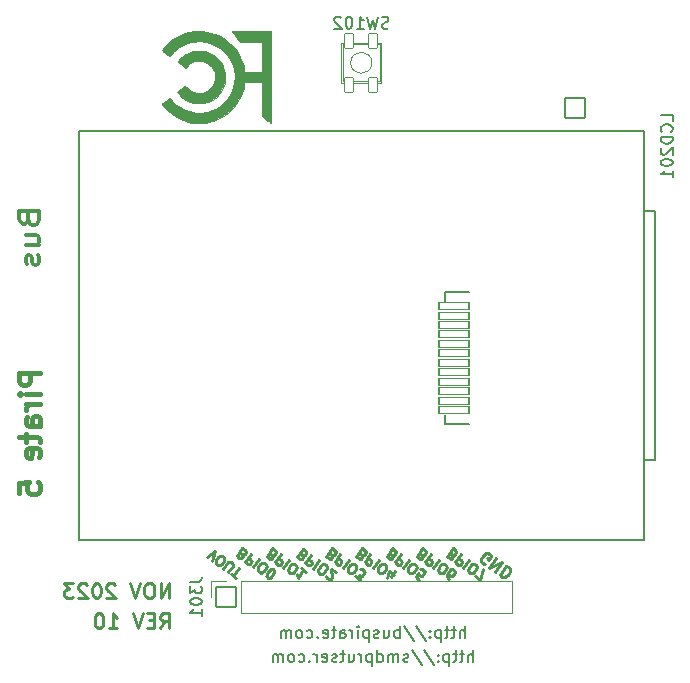
<source format=gbo>
G04 #@! TF.GenerationSoftware,KiCad,Pcbnew,7.0.7*
G04 #@! TF.CreationDate,2023-11-26T14:09:21+01:00*
G04 #@! TF.ProjectId,BusPirate-5-rev10,42757350-6972-4617-9465-2d352d726576,rev?*
G04 #@! TF.SameCoordinates,Original*
G04 #@! TF.FileFunction,Legend,Bot*
G04 #@! TF.FilePolarity,Positive*
%FSLAX46Y46*%
G04 Gerber Fmt 4.6, Leading zero omitted, Abs format (unit mm)*
G04 Created by KiCad (PCBNEW 7.0.7) date 2023-11-26 14:09:21*
%MOMM*%
%LPD*%
G01*
G04 APERTURE LIST*
G04 Aperture macros list*
%AMRoundRect*
0 Rectangle with rounded corners*
0 $1 Rounding radius*
0 $2 $3 $4 $5 $6 $7 $8 $9 X,Y pos of 4 corners*
0 Add a 4 corners polygon primitive as box body*
4,1,4,$2,$3,$4,$5,$6,$7,$8,$9,$2,$3,0*
0 Add four circle primitives for the rounded corners*
1,1,$1+$1,$2,$3*
1,1,$1+$1,$4,$5*
1,1,$1+$1,$6,$7*
1,1,$1+$1,$8,$9*
0 Add four rect primitives between the rounded corners*
20,1,$1+$1,$2,$3,$4,$5,0*
20,1,$1+$1,$4,$5,$6,$7,0*
20,1,$1+$1,$6,$7,$8,$9,0*
20,1,$1+$1,$8,$9,$2,$3,0*%
G04 Aperture macros list end*
%ADD10C,0.212500*%
%ADD11C,0.250000*%
%ADD12C,0.400000*%
%ADD13C,0.375000*%
%ADD14C,0.150000*%
%ADD15C,0.120000*%
%ADD16C,0.085000*%
%ADD17C,0.010000*%
%ADD18C,0.203200*%
%ADD19C,3.300000*%
%ADD20RoundRect,0.050000X0.850000X-0.850000X0.850000X0.850000X-0.850000X0.850000X-0.850000X-0.850000X0*%
%ADD21O,1.800000X1.800000*%
%ADD22C,0.800000*%
%ADD23O,1.150000X2.200000*%
%ADD24RoundRect,0.050000X-0.850000X0.850000X-0.850000X-0.850000X0.850000X-0.850000X0.850000X0.850000X0*%
%ADD25RoundRect,0.050000X0.350000X-0.625000X0.350000X0.625000X-0.350000X0.625000X-0.350000X-0.625000X0*%
%ADD26RoundRect,0.050000X-1.275000X0.300000X-1.275000X-0.300000X1.275000X-0.300000X1.275000X0.300000X0*%
G04 APERTURE END LIST*
D10*
X137603364Y-108639089D02*
X137726048Y-108675582D01*
X137726048Y-108675582D02*
X137782421Y-108665642D01*
X137782421Y-108665642D02*
X137862009Y-108622546D01*
X137862009Y-108622546D02*
X137931658Y-108523077D01*
X137931658Y-108523077D02*
X137944934Y-108433549D01*
X137944934Y-108433549D02*
X137934994Y-108377176D01*
X137934994Y-108377176D02*
X137891898Y-108297588D01*
X137891898Y-108297588D02*
X137626649Y-108111858D01*
X137626649Y-108111858D02*
X137139109Y-108808138D01*
X137139109Y-108808138D02*
X137371202Y-108970651D01*
X137371202Y-108970651D02*
X137460730Y-108983927D01*
X137460730Y-108983927D02*
X137517103Y-108973987D01*
X137517103Y-108973987D02*
X137596691Y-108930891D01*
X137596691Y-108930891D02*
X137643124Y-108864579D01*
X137643124Y-108864579D02*
X137656400Y-108775050D01*
X137656400Y-108775050D02*
X137646460Y-108718678D01*
X137646460Y-108718678D02*
X137603364Y-108639089D01*
X137603364Y-108639089D02*
X137371271Y-108476576D01*
X138322928Y-108599398D02*
X137835388Y-109295678D01*
X137835388Y-109295678D02*
X138100637Y-109481407D01*
X138100637Y-109481407D02*
X138190166Y-109494683D01*
X138190166Y-109494683D02*
X138246538Y-109484743D01*
X138246538Y-109484743D02*
X138326127Y-109441647D01*
X138326127Y-109441647D02*
X138395775Y-109342179D01*
X138395775Y-109342179D02*
X138409051Y-109252650D01*
X138409051Y-109252650D02*
X138399112Y-109196278D01*
X138399112Y-109196278D02*
X138356015Y-109116689D01*
X138356015Y-109116689D02*
X138090766Y-108930960D01*
X139019207Y-109086938D02*
X138531667Y-109783217D01*
X138995854Y-110108244D02*
X139128478Y-110201109D01*
X139128478Y-110201109D02*
X139218007Y-110214385D01*
X139218007Y-110214385D02*
X139330751Y-110194505D01*
X139330751Y-110194505D02*
X139456772Y-110085097D01*
X139456772Y-110085097D02*
X139619286Y-109853004D01*
X139619286Y-109853004D02*
X139678994Y-109697163D01*
X139678994Y-109697163D02*
X139659114Y-109584418D01*
X139659114Y-109584418D02*
X139616018Y-109504830D01*
X139616018Y-109504830D02*
X139483394Y-109411965D01*
X139483394Y-109411965D02*
X139393865Y-109398689D01*
X139393865Y-109398689D02*
X139281120Y-109418569D01*
X139281120Y-109418569D02*
X139155099Y-109527977D01*
X139155099Y-109527977D02*
X138992586Y-109760070D01*
X138992586Y-109760070D02*
X138932878Y-109915911D01*
X138932878Y-109915911D02*
X138952757Y-110028656D01*
X138952757Y-110028656D02*
X138995854Y-110108244D01*
X139526352Y-110479703D02*
X139990538Y-110804730D01*
X139990538Y-110804730D02*
X140179673Y-109899505D01*
X127413364Y-108639089D02*
X127536048Y-108675582D01*
X127536048Y-108675582D02*
X127592421Y-108665642D01*
X127592421Y-108665642D02*
X127672009Y-108622546D01*
X127672009Y-108622546D02*
X127741658Y-108523077D01*
X127741658Y-108523077D02*
X127754934Y-108433549D01*
X127754934Y-108433549D02*
X127744994Y-108377176D01*
X127744994Y-108377176D02*
X127701898Y-108297588D01*
X127701898Y-108297588D02*
X127436649Y-108111858D01*
X127436649Y-108111858D02*
X126949109Y-108808138D01*
X126949109Y-108808138D02*
X127181202Y-108970651D01*
X127181202Y-108970651D02*
X127270730Y-108983927D01*
X127270730Y-108983927D02*
X127327103Y-108973987D01*
X127327103Y-108973987D02*
X127406691Y-108930891D01*
X127406691Y-108930891D02*
X127453124Y-108864579D01*
X127453124Y-108864579D02*
X127466400Y-108775050D01*
X127466400Y-108775050D02*
X127456460Y-108718678D01*
X127456460Y-108718678D02*
X127413364Y-108639089D01*
X127413364Y-108639089D02*
X127181271Y-108476576D01*
X128132928Y-108599398D02*
X127645388Y-109295678D01*
X127645388Y-109295678D02*
X127910637Y-109481407D01*
X127910637Y-109481407D02*
X128000166Y-109494683D01*
X128000166Y-109494683D02*
X128056538Y-109484743D01*
X128056538Y-109484743D02*
X128136127Y-109441647D01*
X128136127Y-109441647D02*
X128205775Y-109342179D01*
X128205775Y-109342179D02*
X128219051Y-109252650D01*
X128219051Y-109252650D02*
X128209112Y-109196278D01*
X128209112Y-109196278D02*
X128166015Y-109116689D01*
X128166015Y-109116689D02*
X127900766Y-108930960D01*
X128829207Y-109086938D02*
X128341667Y-109783217D01*
X128805854Y-110108244D02*
X128938478Y-110201109D01*
X128938478Y-110201109D02*
X129028007Y-110214385D01*
X129028007Y-110214385D02*
X129140751Y-110194505D01*
X129140751Y-110194505D02*
X129266772Y-110085097D01*
X129266772Y-110085097D02*
X129429286Y-109853004D01*
X129429286Y-109853004D02*
X129488994Y-109697163D01*
X129488994Y-109697163D02*
X129469114Y-109584418D01*
X129469114Y-109584418D02*
X129426018Y-109504830D01*
X129426018Y-109504830D02*
X129293394Y-109411965D01*
X129293394Y-109411965D02*
X129203865Y-109398689D01*
X129203865Y-109398689D02*
X129091120Y-109418569D01*
X129091120Y-109418569D02*
X128965099Y-109527977D01*
X128965099Y-109527977D02*
X128802586Y-109760070D01*
X128802586Y-109760070D02*
X128742878Y-109915911D01*
X128742878Y-109915911D02*
X128762757Y-110028656D01*
X128762757Y-110028656D02*
X128805854Y-110108244D01*
X129336352Y-110479703D02*
X129767382Y-110781514D01*
X129767382Y-110781514D02*
X129721018Y-110353751D01*
X129721018Y-110353751D02*
X129820487Y-110423400D01*
X129820487Y-110423400D02*
X129910015Y-110436676D01*
X129910015Y-110436676D02*
X129966388Y-110426736D01*
X129966388Y-110426736D02*
X130045976Y-110383640D01*
X130045976Y-110383640D02*
X130162057Y-110217859D01*
X130162057Y-110217859D02*
X130175333Y-110128330D01*
X130175333Y-110128330D02*
X130165393Y-110071958D01*
X130165393Y-110071958D02*
X130122297Y-109992370D01*
X130122297Y-109992370D02*
X129923360Y-109853072D01*
X129923360Y-109853072D02*
X129833832Y-109839796D01*
X129833832Y-109839796D02*
X129777459Y-109849736D01*
X116804890Y-108874219D02*
X117524523Y-108340453D01*
X117524523Y-108340453D02*
X117269076Y-109199245D01*
X117633794Y-109454623D02*
X117766418Y-109547488D01*
X117766418Y-109547488D02*
X117855947Y-109560764D01*
X117855947Y-109560764D02*
X117968691Y-109540884D01*
X117968691Y-109540884D02*
X118094712Y-109431476D01*
X118094712Y-109431476D02*
X118257226Y-109199383D01*
X118257226Y-109199383D02*
X118316934Y-109043542D01*
X118316934Y-109043542D02*
X118297054Y-108930797D01*
X118297054Y-108930797D02*
X118253958Y-108851209D01*
X118253958Y-108851209D02*
X118121333Y-108758344D01*
X118121333Y-108758344D02*
X118031805Y-108745068D01*
X118031805Y-108745068D02*
X117919060Y-108764948D01*
X117919060Y-108764948D02*
X117793039Y-108874356D01*
X117793039Y-108874356D02*
X117630526Y-109106449D01*
X117630526Y-109106449D02*
X117570817Y-109262290D01*
X117570817Y-109262290D02*
X117590697Y-109375035D01*
X117590697Y-109375035D02*
X117633794Y-109454623D01*
X118230604Y-109872515D02*
X118625279Y-109308860D01*
X118625279Y-109308860D02*
X118704868Y-109265764D01*
X118704868Y-109265764D02*
X118761240Y-109255824D01*
X118761240Y-109255824D02*
X118850769Y-109269100D01*
X118850769Y-109269100D02*
X118983393Y-109361965D01*
X118983393Y-109361965D02*
X119026489Y-109441553D01*
X119026489Y-109441553D02*
X119036429Y-109497926D01*
X119036429Y-109497926D02*
X119023153Y-109587454D01*
X119023153Y-109587454D02*
X118628478Y-110151109D01*
X118860571Y-110313622D02*
X119258445Y-110592216D01*
X119547048Y-109756640D02*
X119059508Y-110452919D01*
X124903364Y-108689089D02*
X125026048Y-108725582D01*
X125026048Y-108725582D02*
X125082421Y-108715642D01*
X125082421Y-108715642D02*
X125162009Y-108672546D01*
X125162009Y-108672546D02*
X125231658Y-108573077D01*
X125231658Y-108573077D02*
X125244934Y-108483549D01*
X125244934Y-108483549D02*
X125234994Y-108427176D01*
X125234994Y-108427176D02*
X125191898Y-108347588D01*
X125191898Y-108347588D02*
X124926649Y-108161858D01*
X124926649Y-108161858D02*
X124439109Y-108858138D01*
X124439109Y-108858138D02*
X124671202Y-109020651D01*
X124671202Y-109020651D02*
X124760730Y-109033927D01*
X124760730Y-109033927D02*
X124817103Y-109023987D01*
X124817103Y-109023987D02*
X124896691Y-108980891D01*
X124896691Y-108980891D02*
X124943124Y-108914579D01*
X124943124Y-108914579D02*
X124956400Y-108825050D01*
X124956400Y-108825050D02*
X124946460Y-108768678D01*
X124946460Y-108768678D02*
X124903364Y-108689089D01*
X124903364Y-108689089D02*
X124671271Y-108526576D01*
X125622928Y-108649398D02*
X125135388Y-109345678D01*
X125135388Y-109345678D02*
X125400637Y-109531407D01*
X125400637Y-109531407D02*
X125490166Y-109544683D01*
X125490166Y-109544683D02*
X125546538Y-109534743D01*
X125546538Y-109534743D02*
X125626127Y-109491647D01*
X125626127Y-109491647D02*
X125695775Y-109392179D01*
X125695775Y-109392179D02*
X125709051Y-109302650D01*
X125709051Y-109302650D02*
X125699112Y-109246278D01*
X125699112Y-109246278D02*
X125656015Y-109166689D01*
X125656015Y-109166689D02*
X125390766Y-108980960D01*
X126319207Y-109136938D02*
X125831667Y-109833217D01*
X126295854Y-110158244D02*
X126428478Y-110251109D01*
X126428478Y-110251109D02*
X126518007Y-110264385D01*
X126518007Y-110264385D02*
X126630751Y-110244505D01*
X126630751Y-110244505D02*
X126756772Y-110135097D01*
X126756772Y-110135097D02*
X126919286Y-109903004D01*
X126919286Y-109903004D02*
X126978994Y-109747163D01*
X126978994Y-109747163D02*
X126959114Y-109634418D01*
X126959114Y-109634418D02*
X126916018Y-109554830D01*
X126916018Y-109554830D02*
X126783394Y-109461965D01*
X126783394Y-109461965D02*
X126693865Y-109448689D01*
X126693865Y-109448689D02*
X126581120Y-109468569D01*
X126581120Y-109468569D02*
X126455099Y-109577977D01*
X126455099Y-109577977D02*
X126292586Y-109810070D01*
X126292586Y-109810070D02*
X126232878Y-109965911D01*
X126232878Y-109965911D02*
X126252757Y-110078656D01*
X126252757Y-110078656D02*
X126295854Y-110158244D01*
X126905940Y-110486607D02*
X126915880Y-110542979D01*
X126915880Y-110542979D02*
X126958976Y-110622568D01*
X126958976Y-110622568D02*
X127124757Y-110738649D01*
X127124757Y-110738649D02*
X127214286Y-110751925D01*
X127214286Y-110751925D02*
X127270658Y-110741985D01*
X127270658Y-110741985D02*
X127350247Y-110698889D01*
X127350247Y-110698889D02*
X127396679Y-110632577D01*
X127396679Y-110632577D02*
X127433171Y-110509892D01*
X127433171Y-110509892D02*
X127313892Y-109833424D01*
X127313892Y-109833424D02*
X127744922Y-110135234D01*
X135053364Y-108639089D02*
X135176048Y-108675582D01*
X135176048Y-108675582D02*
X135232421Y-108665642D01*
X135232421Y-108665642D02*
X135312009Y-108622546D01*
X135312009Y-108622546D02*
X135381658Y-108523077D01*
X135381658Y-108523077D02*
X135394934Y-108433549D01*
X135394934Y-108433549D02*
X135384994Y-108377176D01*
X135384994Y-108377176D02*
X135341898Y-108297588D01*
X135341898Y-108297588D02*
X135076649Y-108111858D01*
X135076649Y-108111858D02*
X134589109Y-108808138D01*
X134589109Y-108808138D02*
X134821202Y-108970651D01*
X134821202Y-108970651D02*
X134910730Y-108983927D01*
X134910730Y-108983927D02*
X134967103Y-108973987D01*
X134967103Y-108973987D02*
X135046691Y-108930891D01*
X135046691Y-108930891D02*
X135093124Y-108864579D01*
X135093124Y-108864579D02*
X135106400Y-108775050D01*
X135106400Y-108775050D02*
X135096460Y-108718678D01*
X135096460Y-108718678D02*
X135053364Y-108639089D01*
X135053364Y-108639089D02*
X134821271Y-108476576D01*
X135772928Y-108599398D02*
X135285388Y-109295678D01*
X135285388Y-109295678D02*
X135550637Y-109481407D01*
X135550637Y-109481407D02*
X135640166Y-109494683D01*
X135640166Y-109494683D02*
X135696538Y-109484743D01*
X135696538Y-109484743D02*
X135776127Y-109441647D01*
X135776127Y-109441647D02*
X135845775Y-109342179D01*
X135845775Y-109342179D02*
X135859051Y-109252650D01*
X135859051Y-109252650D02*
X135849112Y-109196278D01*
X135849112Y-109196278D02*
X135806015Y-109116689D01*
X135806015Y-109116689D02*
X135540766Y-108930960D01*
X136469207Y-109086938D02*
X135981667Y-109783217D01*
X136445854Y-110108244D02*
X136578478Y-110201109D01*
X136578478Y-110201109D02*
X136668007Y-110214385D01*
X136668007Y-110214385D02*
X136780751Y-110194505D01*
X136780751Y-110194505D02*
X136906772Y-110085097D01*
X136906772Y-110085097D02*
X137069286Y-109853004D01*
X137069286Y-109853004D02*
X137128994Y-109697163D01*
X137128994Y-109697163D02*
X137109114Y-109584418D01*
X137109114Y-109584418D02*
X137066018Y-109504830D01*
X137066018Y-109504830D02*
X136933394Y-109411965D01*
X136933394Y-109411965D02*
X136843865Y-109398689D01*
X136843865Y-109398689D02*
X136731120Y-109418569D01*
X136731120Y-109418569D02*
X136605099Y-109527977D01*
X136605099Y-109527977D02*
X136442586Y-109760070D01*
X136442586Y-109760070D02*
X136382878Y-109915911D01*
X136382878Y-109915911D02*
X136402757Y-110028656D01*
X136402757Y-110028656D02*
X136445854Y-110108244D01*
X137341070Y-110735081D02*
X137208445Y-110642216D01*
X137208445Y-110642216D02*
X137165349Y-110562628D01*
X137165349Y-110562628D02*
X137155409Y-110506256D01*
X137155409Y-110506256D02*
X137158745Y-110360355D01*
X137158745Y-110360355D02*
X137218454Y-110204514D01*
X137218454Y-110204514D02*
X137404183Y-109939265D01*
X137404183Y-109939265D02*
X137483772Y-109896169D01*
X137483772Y-109896169D02*
X137540144Y-109886229D01*
X137540144Y-109886229D02*
X137629673Y-109899505D01*
X137629673Y-109899505D02*
X137762297Y-109992370D01*
X137762297Y-109992370D02*
X137805393Y-110071958D01*
X137805393Y-110071958D02*
X137815333Y-110128330D01*
X137815333Y-110128330D02*
X137802057Y-110217859D01*
X137802057Y-110217859D02*
X137685976Y-110383640D01*
X137685976Y-110383640D02*
X137606388Y-110426736D01*
X137606388Y-110426736D02*
X137550015Y-110436676D01*
X137550015Y-110436676D02*
X137460487Y-110423400D01*
X137460487Y-110423400D02*
X137327862Y-110330535D01*
X137327862Y-110330535D02*
X137284766Y-110250946D01*
X137284766Y-110250946D02*
X137274826Y-110194574D01*
X137274826Y-110194574D02*
X137288102Y-110105045D01*
X122353364Y-108639089D02*
X122476048Y-108675582D01*
X122476048Y-108675582D02*
X122532421Y-108665642D01*
X122532421Y-108665642D02*
X122612009Y-108622546D01*
X122612009Y-108622546D02*
X122681658Y-108523077D01*
X122681658Y-108523077D02*
X122694934Y-108433549D01*
X122694934Y-108433549D02*
X122684994Y-108377176D01*
X122684994Y-108377176D02*
X122641898Y-108297588D01*
X122641898Y-108297588D02*
X122376649Y-108111858D01*
X122376649Y-108111858D02*
X121889109Y-108808138D01*
X121889109Y-108808138D02*
X122121202Y-108970651D01*
X122121202Y-108970651D02*
X122210730Y-108983927D01*
X122210730Y-108983927D02*
X122267103Y-108973987D01*
X122267103Y-108973987D02*
X122346691Y-108930891D01*
X122346691Y-108930891D02*
X122393124Y-108864579D01*
X122393124Y-108864579D02*
X122406400Y-108775050D01*
X122406400Y-108775050D02*
X122396460Y-108718678D01*
X122396460Y-108718678D02*
X122353364Y-108639089D01*
X122353364Y-108639089D02*
X122121271Y-108476576D01*
X123072928Y-108599398D02*
X122585388Y-109295678D01*
X122585388Y-109295678D02*
X122850637Y-109481407D01*
X122850637Y-109481407D02*
X122940166Y-109494683D01*
X122940166Y-109494683D02*
X122996538Y-109484743D01*
X122996538Y-109484743D02*
X123076127Y-109441647D01*
X123076127Y-109441647D02*
X123145775Y-109342179D01*
X123145775Y-109342179D02*
X123159051Y-109252650D01*
X123159051Y-109252650D02*
X123149112Y-109196278D01*
X123149112Y-109196278D02*
X123106015Y-109116689D01*
X123106015Y-109116689D02*
X122840766Y-108930960D01*
X123769207Y-109086938D02*
X123281667Y-109783217D01*
X123745854Y-110108244D02*
X123878478Y-110201109D01*
X123878478Y-110201109D02*
X123968007Y-110214385D01*
X123968007Y-110214385D02*
X124080751Y-110194505D01*
X124080751Y-110194505D02*
X124206772Y-110085097D01*
X124206772Y-110085097D02*
X124369286Y-109853004D01*
X124369286Y-109853004D02*
X124428994Y-109697163D01*
X124428994Y-109697163D02*
X124409114Y-109584418D01*
X124409114Y-109584418D02*
X124366018Y-109504830D01*
X124366018Y-109504830D02*
X124233394Y-109411965D01*
X124233394Y-109411965D02*
X124143865Y-109398689D01*
X124143865Y-109398689D02*
X124031120Y-109418569D01*
X124031120Y-109418569D02*
X123905099Y-109527977D01*
X123905099Y-109527977D02*
X123742586Y-109760070D01*
X123742586Y-109760070D02*
X123682878Y-109915911D01*
X123682878Y-109915911D02*
X123702757Y-110028656D01*
X123702757Y-110028656D02*
X123745854Y-110108244D01*
X125194922Y-110085234D02*
X124797048Y-109806640D01*
X124995985Y-109945937D02*
X124508445Y-110642216D01*
X124508445Y-110642216D02*
X124511781Y-110496316D01*
X124511781Y-110496316D02*
X124491901Y-110383571D01*
X124491901Y-110383571D02*
X124448805Y-110303982D01*
X119803364Y-108589089D02*
X119926048Y-108625582D01*
X119926048Y-108625582D02*
X119982421Y-108615642D01*
X119982421Y-108615642D02*
X120062009Y-108572546D01*
X120062009Y-108572546D02*
X120131658Y-108473077D01*
X120131658Y-108473077D02*
X120144934Y-108383549D01*
X120144934Y-108383549D02*
X120134994Y-108327176D01*
X120134994Y-108327176D02*
X120091898Y-108247588D01*
X120091898Y-108247588D02*
X119826649Y-108061858D01*
X119826649Y-108061858D02*
X119339109Y-108758138D01*
X119339109Y-108758138D02*
X119571202Y-108920651D01*
X119571202Y-108920651D02*
X119660730Y-108933927D01*
X119660730Y-108933927D02*
X119717103Y-108923987D01*
X119717103Y-108923987D02*
X119796691Y-108880891D01*
X119796691Y-108880891D02*
X119843124Y-108814579D01*
X119843124Y-108814579D02*
X119856400Y-108725050D01*
X119856400Y-108725050D02*
X119846460Y-108668678D01*
X119846460Y-108668678D02*
X119803364Y-108589089D01*
X119803364Y-108589089D02*
X119571271Y-108426576D01*
X120522928Y-108549398D02*
X120035388Y-109245678D01*
X120035388Y-109245678D02*
X120300637Y-109431407D01*
X120300637Y-109431407D02*
X120390166Y-109444683D01*
X120390166Y-109444683D02*
X120446538Y-109434743D01*
X120446538Y-109434743D02*
X120526127Y-109391647D01*
X120526127Y-109391647D02*
X120595775Y-109292179D01*
X120595775Y-109292179D02*
X120609051Y-109202650D01*
X120609051Y-109202650D02*
X120599112Y-109146278D01*
X120599112Y-109146278D02*
X120556015Y-109066689D01*
X120556015Y-109066689D02*
X120290766Y-108880960D01*
X121219207Y-109036938D02*
X120731667Y-109733217D01*
X121195854Y-110058244D02*
X121328478Y-110151109D01*
X121328478Y-110151109D02*
X121418007Y-110164385D01*
X121418007Y-110164385D02*
X121530751Y-110144505D01*
X121530751Y-110144505D02*
X121656772Y-110035097D01*
X121656772Y-110035097D02*
X121819286Y-109803004D01*
X121819286Y-109803004D02*
X121878994Y-109647163D01*
X121878994Y-109647163D02*
X121859114Y-109534418D01*
X121859114Y-109534418D02*
X121816018Y-109454830D01*
X121816018Y-109454830D02*
X121683394Y-109361965D01*
X121683394Y-109361965D02*
X121593865Y-109348689D01*
X121593865Y-109348689D02*
X121481120Y-109368569D01*
X121481120Y-109368569D02*
X121355099Y-109477977D01*
X121355099Y-109477977D02*
X121192586Y-109710070D01*
X121192586Y-109710070D02*
X121132878Y-109865911D01*
X121132878Y-109865911D02*
X121152757Y-109978656D01*
X121152757Y-109978656D02*
X121195854Y-110058244D01*
X121925289Y-110569000D02*
X121991601Y-110615433D01*
X121991601Y-110615433D02*
X122081130Y-110628709D01*
X122081130Y-110628709D02*
X122137502Y-110618769D01*
X122137502Y-110618769D02*
X122217090Y-110575673D01*
X122217090Y-110575673D02*
X122343111Y-110466264D01*
X122343111Y-110466264D02*
X122459192Y-110300484D01*
X122459192Y-110300484D02*
X122518901Y-110144643D01*
X122518901Y-110144643D02*
X122532177Y-110055114D01*
X122532177Y-110055114D02*
X122522237Y-109998742D01*
X122522237Y-109998742D02*
X122479141Y-109919153D01*
X122479141Y-109919153D02*
X122412829Y-109872721D01*
X122412829Y-109872721D02*
X122323300Y-109859445D01*
X122323300Y-109859445D02*
X122266928Y-109869385D01*
X122266928Y-109869385D02*
X122187339Y-109912481D01*
X122187339Y-109912481D02*
X122061318Y-110021889D01*
X122061318Y-110021889D02*
X121945238Y-110187670D01*
X121945238Y-110187670D02*
X121885529Y-110343511D01*
X121885529Y-110343511D02*
X121872253Y-110433039D01*
X121872253Y-110433039D02*
X121882193Y-110489412D01*
X121882193Y-110489412D02*
X121925289Y-110569000D01*
X132503364Y-108639089D02*
X132626048Y-108675582D01*
X132626048Y-108675582D02*
X132682421Y-108665642D01*
X132682421Y-108665642D02*
X132762009Y-108622546D01*
X132762009Y-108622546D02*
X132831658Y-108523077D01*
X132831658Y-108523077D02*
X132844934Y-108433549D01*
X132844934Y-108433549D02*
X132834994Y-108377176D01*
X132834994Y-108377176D02*
X132791898Y-108297588D01*
X132791898Y-108297588D02*
X132526649Y-108111858D01*
X132526649Y-108111858D02*
X132039109Y-108808138D01*
X132039109Y-108808138D02*
X132271202Y-108970651D01*
X132271202Y-108970651D02*
X132360730Y-108983927D01*
X132360730Y-108983927D02*
X132417103Y-108973987D01*
X132417103Y-108973987D02*
X132496691Y-108930891D01*
X132496691Y-108930891D02*
X132543124Y-108864579D01*
X132543124Y-108864579D02*
X132556400Y-108775050D01*
X132556400Y-108775050D02*
X132546460Y-108718678D01*
X132546460Y-108718678D02*
X132503364Y-108639089D01*
X132503364Y-108639089D02*
X132271271Y-108476576D01*
X133222928Y-108599398D02*
X132735388Y-109295678D01*
X132735388Y-109295678D02*
X133000637Y-109481407D01*
X133000637Y-109481407D02*
X133090166Y-109494683D01*
X133090166Y-109494683D02*
X133146538Y-109484743D01*
X133146538Y-109484743D02*
X133226127Y-109441647D01*
X133226127Y-109441647D02*
X133295775Y-109342179D01*
X133295775Y-109342179D02*
X133309051Y-109252650D01*
X133309051Y-109252650D02*
X133299112Y-109196278D01*
X133299112Y-109196278D02*
X133256015Y-109116689D01*
X133256015Y-109116689D02*
X132990766Y-108930960D01*
X133919207Y-109086938D02*
X133431667Y-109783217D01*
X133895854Y-110108244D02*
X134028478Y-110201109D01*
X134028478Y-110201109D02*
X134118007Y-110214385D01*
X134118007Y-110214385D02*
X134230751Y-110194505D01*
X134230751Y-110194505D02*
X134356772Y-110085097D01*
X134356772Y-110085097D02*
X134519286Y-109853004D01*
X134519286Y-109853004D02*
X134578994Y-109697163D01*
X134578994Y-109697163D02*
X134559114Y-109584418D01*
X134559114Y-109584418D02*
X134516018Y-109504830D01*
X134516018Y-109504830D02*
X134383394Y-109411965D01*
X134383394Y-109411965D02*
X134293865Y-109398689D01*
X134293865Y-109398689D02*
X134181120Y-109418569D01*
X134181120Y-109418569D02*
X134055099Y-109527977D01*
X134055099Y-109527977D02*
X133892586Y-109760070D01*
X133892586Y-109760070D02*
X133832878Y-109915911D01*
X133832878Y-109915911D02*
X133852757Y-110028656D01*
X133852757Y-110028656D02*
X133895854Y-110108244D01*
X134824226Y-110758297D02*
X134492664Y-110526135D01*
X134492664Y-110526135D02*
X134691670Y-110171358D01*
X134691670Y-110171358D02*
X134701610Y-110227730D01*
X134701610Y-110227730D02*
X134744706Y-110307319D01*
X134744706Y-110307319D02*
X134910487Y-110423400D01*
X134910487Y-110423400D02*
X135000015Y-110436676D01*
X135000015Y-110436676D02*
X135056388Y-110426736D01*
X135056388Y-110426736D02*
X135135976Y-110383640D01*
X135135976Y-110383640D02*
X135252057Y-110217859D01*
X135252057Y-110217859D02*
X135265333Y-110128330D01*
X135265333Y-110128330D02*
X135255393Y-110071958D01*
X135255393Y-110071958D02*
X135212297Y-109992370D01*
X135212297Y-109992370D02*
X135046516Y-109876289D01*
X135046516Y-109876289D02*
X134956988Y-109863012D01*
X134956988Y-109863012D02*
X134900616Y-109872952D01*
D11*
X140387512Y-109474828D02*
X140282184Y-109459209D01*
X140282184Y-109459209D02*
X140165162Y-109377269D01*
X140165162Y-109377269D02*
X140075454Y-109256322D01*
X140075454Y-109256322D02*
X140052066Y-109123682D01*
X140052066Y-109123682D02*
X140067685Y-109018354D01*
X140067685Y-109018354D02*
X140137930Y-108835012D01*
X140137930Y-108835012D02*
X140219870Y-108717990D01*
X140219870Y-108717990D02*
X140368130Y-108589274D01*
X140368130Y-108589274D02*
X140461763Y-108538573D01*
X140461763Y-108538573D02*
X140594404Y-108515185D01*
X140594404Y-108515185D02*
X140738739Y-108558117D01*
X140738739Y-108558117D02*
X140816753Y-108612743D01*
X140816753Y-108612743D02*
X140906462Y-108733690D01*
X140906462Y-108733690D02*
X140918156Y-108800010D01*
X140918156Y-108800010D02*
X140726964Y-109073061D01*
X140726964Y-109073061D02*
X140570935Y-108963808D01*
X141323847Y-108967814D02*
X140750271Y-109786967D01*
X140750271Y-109786967D02*
X141791934Y-109295572D01*
X141791934Y-109295572D02*
X141218358Y-110114724D01*
X142182007Y-109568704D02*
X141608430Y-110387856D01*
X141608430Y-110387856D02*
X141803466Y-110524422D01*
X141803466Y-110524422D02*
X141947801Y-110567354D01*
X141947801Y-110567354D02*
X142080442Y-110543966D01*
X142080442Y-110543966D02*
X142174076Y-110493265D01*
X142174076Y-110493265D02*
X142322336Y-110364549D01*
X142322336Y-110364549D02*
X142404275Y-110247527D01*
X142404275Y-110247527D02*
X142474520Y-110064185D01*
X142474520Y-110064185D02*
X142490140Y-109958857D01*
X142490140Y-109958857D02*
X142466751Y-109826217D01*
X142466751Y-109826217D02*
X142377043Y-109705270D01*
X142377043Y-109705270D02*
X142182007Y-109568704D01*
X112870952Y-114865273D02*
X113287618Y-114270035D01*
X113585237Y-114865273D02*
X113585237Y-113615273D01*
X113585237Y-113615273D02*
X113109047Y-113615273D01*
X113109047Y-113615273D02*
X112989999Y-113674797D01*
X112989999Y-113674797D02*
X112930476Y-113734321D01*
X112930476Y-113734321D02*
X112870952Y-113853369D01*
X112870952Y-113853369D02*
X112870952Y-114031940D01*
X112870952Y-114031940D02*
X112930476Y-114150988D01*
X112930476Y-114150988D02*
X112989999Y-114210511D01*
X112989999Y-114210511D02*
X113109047Y-114270035D01*
X113109047Y-114270035D02*
X113585237Y-114270035D01*
X112335237Y-114210511D02*
X111918571Y-114210511D01*
X111739999Y-114865273D02*
X112335237Y-114865273D01*
X112335237Y-114865273D02*
X112335237Y-113615273D01*
X112335237Y-113615273D02*
X111739999Y-113615273D01*
X111382857Y-113615273D02*
X110966190Y-114865273D01*
X110966190Y-114865273D02*
X110549524Y-113615273D01*
X108525714Y-114865273D02*
X109239999Y-114865273D01*
X108882856Y-114865273D02*
X108882856Y-113615273D01*
X108882856Y-113615273D02*
X109001904Y-113793845D01*
X109001904Y-113793845D02*
X109120952Y-113912892D01*
X109120952Y-113912892D02*
X109239999Y-113972416D01*
X107751904Y-113615273D02*
X107632857Y-113615273D01*
X107632857Y-113615273D02*
X107513809Y-113674797D01*
X107513809Y-113674797D02*
X107454285Y-113734321D01*
X107454285Y-113734321D02*
X107394761Y-113853369D01*
X107394761Y-113853369D02*
X107335238Y-114091464D01*
X107335238Y-114091464D02*
X107335238Y-114389083D01*
X107335238Y-114389083D02*
X107394761Y-114627178D01*
X107394761Y-114627178D02*
X107454285Y-114746226D01*
X107454285Y-114746226D02*
X107513809Y-114805750D01*
X107513809Y-114805750D02*
X107632857Y-114865273D01*
X107632857Y-114865273D02*
X107751904Y-114865273D01*
X107751904Y-114865273D02*
X107870952Y-114805750D01*
X107870952Y-114805750D02*
X107930476Y-114746226D01*
X107930476Y-114746226D02*
X107989999Y-114627178D01*
X107989999Y-114627178D02*
X108049523Y-114389083D01*
X108049523Y-114389083D02*
X108049523Y-114091464D01*
X108049523Y-114091464D02*
X107989999Y-113853369D01*
X107989999Y-113853369D02*
X107930476Y-113734321D01*
X107930476Y-113734321D02*
X107870952Y-113674797D01*
X107870952Y-113674797D02*
X107751904Y-113615273D01*
D10*
X129953364Y-108639089D02*
X130076048Y-108675582D01*
X130076048Y-108675582D02*
X130132421Y-108665642D01*
X130132421Y-108665642D02*
X130212009Y-108622546D01*
X130212009Y-108622546D02*
X130281658Y-108523077D01*
X130281658Y-108523077D02*
X130294934Y-108433549D01*
X130294934Y-108433549D02*
X130284994Y-108377176D01*
X130284994Y-108377176D02*
X130241898Y-108297588D01*
X130241898Y-108297588D02*
X129976649Y-108111858D01*
X129976649Y-108111858D02*
X129489109Y-108808138D01*
X129489109Y-108808138D02*
X129721202Y-108970651D01*
X129721202Y-108970651D02*
X129810730Y-108983927D01*
X129810730Y-108983927D02*
X129867103Y-108973987D01*
X129867103Y-108973987D02*
X129946691Y-108930891D01*
X129946691Y-108930891D02*
X129993124Y-108864579D01*
X129993124Y-108864579D02*
X130006400Y-108775050D01*
X130006400Y-108775050D02*
X129996460Y-108718678D01*
X129996460Y-108718678D02*
X129953364Y-108639089D01*
X129953364Y-108639089D02*
X129721271Y-108476576D01*
X130672928Y-108599398D02*
X130185388Y-109295678D01*
X130185388Y-109295678D02*
X130450637Y-109481407D01*
X130450637Y-109481407D02*
X130540166Y-109494683D01*
X130540166Y-109494683D02*
X130596538Y-109484743D01*
X130596538Y-109484743D02*
X130676127Y-109441647D01*
X130676127Y-109441647D02*
X130745775Y-109342179D01*
X130745775Y-109342179D02*
X130759051Y-109252650D01*
X130759051Y-109252650D02*
X130749112Y-109196278D01*
X130749112Y-109196278D02*
X130706015Y-109116689D01*
X130706015Y-109116689D02*
X130440766Y-108930960D01*
X131369207Y-109086938D02*
X130881667Y-109783217D01*
X131345854Y-110108244D02*
X131478478Y-110201109D01*
X131478478Y-110201109D02*
X131568007Y-110214385D01*
X131568007Y-110214385D02*
X131680751Y-110194505D01*
X131680751Y-110194505D02*
X131806772Y-110085097D01*
X131806772Y-110085097D02*
X131969286Y-109853004D01*
X131969286Y-109853004D02*
X132028994Y-109697163D01*
X132028994Y-109697163D02*
X132009114Y-109584418D01*
X132009114Y-109584418D02*
X131966018Y-109504830D01*
X131966018Y-109504830D02*
X131833394Y-109411965D01*
X131833394Y-109411965D02*
X131743865Y-109398689D01*
X131743865Y-109398689D02*
X131631120Y-109418569D01*
X131631120Y-109418569D02*
X131505099Y-109527977D01*
X131505099Y-109527977D02*
X131342586Y-109760070D01*
X131342586Y-109760070D02*
X131282878Y-109915911D01*
X131282878Y-109915911D02*
X131302757Y-110028656D01*
X131302757Y-110028656D02*
X131345854Y-110108244D01*
X132403583Y-110502988D02*
X132728610Y-110038802D01*
X132052073Y-110652156D02*
X132234535Y-110038733D01*
X132234535Y-110038733D02*
X132665565Y-110340544D01*
D11*
X113624761Y-112325273D02*
X113624761Y-111075273D01*
X113624761Y-111075273D02*
X112910476Y-112325273D01*
X112910476Y-112325273D02*
X112910476Y-111075273D01*
X112077142Y-111075273D02*
X111839047Y-111075273D01*
X111839047Y-111075273D02*
X111719999Y-111134797D01*
X111719999Y-111134797D02*
X111600952Y-111253845D01*
X111600952Y-111253845D02*
X111541428Y-111491940D01*
X111541428Y-111491940D02*
X111541428Y-111908607D01*
X111541428Y-111908607D02*
X111600952Y-112146702D01*
X111600952Y-112146702D02*
X111719999Y-112265750D01*
X111719999Y-112265750D02*
X111839047Y-112325273D01*
X111839047Y-112325273D02*
X112077142Y-112325273D01*
X112077142Y-112325273D02*
X112196190Y-112265750D01*
X112196190Y-112265750D02*
X112315237Y-112146702D01*
X112315237Y-112146702D02*
X112374761Y-111908607D01*
X112374761Y-111908607D02*
X112374761Y-111491940D01*
X112374761Y-111491940D02*
X112315237Y-111253845D01*
X112315237Y-111253845D02*
X112196190Y-111134797D01*
X112196190Y-111134797D02*
X112077142Y-111075273D01*
X111184285Y-111075273D02*
X110767618Y-112325273D01*
X110767618Y-112325273D02*
X110350952Y-111075273D01*
X109041427Y-111194321D02*
X108981903Y-111134797D01*
X108981903Y-111134797D02*
X108862856Y-111075273D01*
X108862856Y-111075273D02*
X108565237Y-111075273D01*
X108565237Y-111075273D02*
X108446189Y-111134797D01*
X108446189Y-111134797D02*
X108386665Y-111194321D01*
X108386665Y-111194321D02*
X108327142Y-111313369D01*
X108327142Y-111313369D02*
X108327142Y-111432416D01*
X108327142Y-111432416D02*
X108386665Y-111610988D01*
X108386665Y-111610988D02*
X109100951Y-112325273D01*
X109100951Y-112325273D02*
X108327142Y-112325273D01*
X107553332Y-111075273D02*
X107434285Y-111075273D01*
X107434285Y-111075273D02*
X107315237Y-111134797D01*
X107315237Y-111134797D02*
X107255713Y-111194321D01*
X107255713Y-111194321D02*
X107196189Y-111313369D01*
X107196189Y-111313369D02*
X107136666Y-111551464D01*
X107136666Y-111551464D02*
X107136666Y-111849083D01*
X107136666Y-111849083D02*
X107196189Y-112087178D01*
X107196189Y-112087178D02*
X107255713Y-112206226D01*
X107255713Y-112206226D02*
X107315237Y-112265750D01*
X107315237Y-112265750D02*
X107434285Y-112325273D01*
X107434285Y-112325273D02*
X107553332Y-112325273D01*
X107553332Y-112325273D02*
X107672380Y-112265750D01*
X107672380Y-112265750D02*
X107731904Y-112206226D01*
X107731904Y-112206226D02*
X107791427Y-112087178D01*
X107791427Y-112087178D02*
X107850951Y-111849083D01*
X107850951Y-111849083D02*
X107850951Y-111551464D01*
X107850951Y-111551464D02*
X107791427Y-111313369D01*
X107791427Y-111313369D02*
X107731904Y-111194321D01*
X107731904Y-111194321D02*
X107672380Y-111134797D01*
X107672380Y-111134797D02*
X107553332Y-111075273D01*
X106660475Y-111194321D02*
X106600951Y-111134797D01*
X106600951Y-111134797D02*
X106481904Y-111075273D01*
X106481904Y-111075273D02*
X106184285Y-111075273D01*
X106184285Y-111075273D02*
X106065237Y-111134797D01*
X106065237Y-111134797D02*
X106005713Y-111194321D01*
X106005713Y-111194321D02*
X105946190Y-111313369D01*
X105946190Y-111313369D02*
X105946190Y-111432416D01*
X105946190Y-111432416D02*
X106005713Y-111610988D01*
X106005713Y-111610988D02*
X106719999Y-112325273D01*
X106719999Y-112325273D02*
X105946190Y-112325273D01*
X105529523Y-111075273D02*
X104755714Y-111075273D01*
X104755714Y-111075273D02*
X105172380Y-111551464D01*
X105172380Y-111551464D02*
X104993809Y-111551464D01*
X104993809Y-111551464D02*
X104874761Y-111610988D01*
X104874761Y-111610988D02*
X104815237Y-111670511D01*
X104815237Y-111670511D02*
X104755714Y-111789559D01*
X104755714Y-111789559D02*
X104755714Y-112087178D01*
X104755714Y-112087178D02*
X104815237Y-112206226D01*
X104815237Y-112206226D02*
X104874761Y-112265750D01*
X104874761Y-112265750D02*
X104993809Y-112325273D01*
X104993809Y-112325273D02*
X105350952Y-112325273D01*
X105350952Y-112325273D02*
X105469999Y-112265750D01*
X105469999Y-112265750D02*
X105529523Y-112206226D01*
D12*
X102688784Y-93250000D02*
X100938784Y-93250000D01*
X100938784Y-93250000D02*
X100938784Y-93935714D01*
X100938784Y-93935714D02*
X101022117Y-94107143D01*
X101022117Y-94107143D02*
X101105451Y-94192857D01*
X101105451Y-94192857D02*
X101272117Y-94278571D01*
X101272117Y-94278571D02*
X101522117Y-94278571D01*
X101522117Y-94278571D02*
X101688784Y-94192857D01*
X101688784Y-94192857D02*
X101772117Y-94107143D01*
X101772117Y-94107143D02*
X101855451Y-93935714D01*
X101855451Y-93935714D02*
X101855451Y-93250000D01*
X102688784Y-95050000D02*
X101522117Y-95050000D01*
X100938784Y-95050000D02*
X101022117Y-94964286D01*
X101022117Y-94964286D02*
X101105451Y-95050000D01*
X101105451Y-95050000D02*
X101022117Y-95135714D01*
X101022117Y-95135714D02*
X100938784Y-95050000D01*
X100938784Y-95050000D02*
X101105451Y-95050000D01*
X102688784Y-95907143D02*
X101522117Y-95907143D01*
X101855451Y-95907143D02*
X101688784Y-95992857D01*
X101688784Y-95992857D02*
X101605451Y-96078572D01*
X101605451Y-96078572D02*
X101522117Y-96250000D01*
X101522117Y-96250000D02*
X101522117Y-96421429D01*
X102688784Y-97792858D02*
X101772117Y-97792858D01*
X101772117Y-97792858D02*
X101605451Y-97707143D01*
X101605451Y-97707143D02*
X101522117Y-97535715D01*
X101522117Y-97535715D02*
X101522117Y-97192858D01*
X101522117Y-97192858D02*
X101605451Y-97021429D01*
X102605451Y-97792858D02*
X102688784Y-97621429D01*
X102688784Y-97621429D02*
X102688784Y-97192858D01*
X102688784Y-97192858D02*
X102605451Y-97021429D01*
X102605451Y-97021429D02*
X102438784Y-96935715D01*
X102438784Y-96935715D02*
X102272117Y-96935715D01*
X102272117Y-96935715D02*
X102105451Y-97021429D01*
X102105451Y-97021429D02*
X102022117Y-97192858D01*
X102022117Y-97192858D02*
X102022117Y-97621429D01*
X102022117Y-97621429D02*
X101938784Y-97792858D01*
X101522117Y-98392857D02*
X101522117Y-99078571D01*
X100938784Y-98650000D02*
X102438784Y-98650000D01*
X102438784Y-98650000D02*
X102605451Y-98735714D01*
X102605451Y-98735714D02*
X102688784Y-98907143D01*
X102688784Y-98907143D02*
X102688784Y-99078571D01*
X102605451Y-100364285D02*
X102688784Y-100192857D01*
X102688784Y-100192857D02*
X102688784Y-99850000D01*
X102688784Y-99850000D02*
X102605451Y-99678571D01*
X102605451Y-99678571D02*
X102438784Y-99592857D01*
X102438784Y-99592857D02*
X101772117Y-99592857D01*
X101772117Y-99592857D02*
X101605451Y-99678571D01*
X101605451Y-99678571D02*
X101522117Y-99850000D01*
X101522117Y-99850000D02*
X101522117Y-100192857D01*
X101522117Y-100192857D02*
X101605451Y-100364285D01*
X101605451Y-100364285D02*
X101772117Y-100450000D01*
X101772117Y-100450000D02*
X101938784Y-100450000D01*
X101938784Y-100450000D02*
X102105451Y-99592857D01*
X100938784Y-103450000D02*
X100938784Y-102592857D01*
X100938784Y-102592857D02*
X101772117Y-102507143D01*
X101772117Y-102507143D02*
X101688784Y-102592857D01*
X101688784Y-102592857D02*
X101605451Y-102764286D01*
X101605451Y-102764286D02*
X101605451Y-103192857D01*
X101605451Y-103192857D02*
X101688784Y-103364286D01*
X101688784Y-103364286D02*
X101772117Y-103450000D01*
X101772117Y-103450000D02*
X101938784Y-103535714D01*
X101938784Y-103535714D02*
X102355451Y-103535714D01*
X102355451Y-103535714D02*
X102522117Y-103450000D01*
X102522117Y-103450000D02*
X102605451Y-103364286D01*
X102605451Y-103364286D02*
X102688784Y-103192857D01*
X102688784Y-103192857D02*
X102688784Y-102764286D01*
X102688784Y-102764286D02*
X102605451Y-102592857D01*
X102605451Y-102592857D02*
X102522117Y-102507143D01*
D13*
X101723417Y-80228571D02*
X101806751Y-80514285D01*
X101806751Y-80514285D02*
X101890084Y-80609523D01*
X101890084Y-80609523D02*
X102056751Y-80704761D01*
X102056751Y-80704761D02*
X102306751Y-80704761D01*
X102306751Y-80704761D02*
X102473417Y-80609523D01*
X102473417Y-80609523D02*
X102556751Y-80514285D01*
X102556751Y-80514285D02*
X102640084Y-80323809D01*
X102640084Y-80323809D02*
X102640084Y-79561904D01*
X102640084Y-79561904D02*
X100890084Y-79561904D01*
X100890084Y-79561904D02*
X100890084Y-80228571D01*
X100890084Y-80228571D02*
X100973417Y-80419047D01*
X100973417Y-80419047D02*
X101056751Y-80514285D01*
X101056751Y-80514285D02*
X101223417Y-80609523D01*
X101223417Y-80609523D02*
X101390084Y-80609523D01*
X101390084Y-80609523D02*
X101556751Y-80514285D01*
X101556751Y-80514285D02*
X101640084Y-80419047D01*
X101640084Y-80419047D02*
X101723417Y-80228571D01*
X101723417Y-80228571D02*
X101723417Y-79561904D01*
X101473417Y-82419047D02*
X102640084Y-82419047D01*
X101473417Y-81561904D02*
X102390084Y-81561904D01*
X102390084Y-81561904D02*
X102556751Y-81657142D01*
X102556751Y-81657142D02*
X102640084Y-81847618D01*
X102640084Y-81847618D02*
X102640084Y-82133333D01*
X102640084Y-82133333D02*
X102556751Y-82323809D01*
X102556751Y-82323809D02*
X102473417Y-82419047D01*
X102556751Y-83276190D02*
X102640084Y-83466666D01*
X102640084Y-83466666D02*
X102640084Y-83847618D01*
X102640084Y-83847618D02*
X102556751Y-84038095D01*
X102556751Y-84038095D02*
X102390084Y-84133333D01*
X102390084Y-84133333D02*
X102306751Y-84133333D01*
X102306751Y-84133333D02*
X102140084Y-84038095D01*
X102140084Y-84038095D02*
X102056751Y-83847618D01*
X102056751Y-83847618D02*
X102056751Y-83561904D01*
X102056751Y-83561904D02*
X101973417Y-83371428D01*
X101973417Y-83371428D02*
X101806751Y-83276190D01*
X101806751Y-83276190D02*
X101723417Y-83276190D01*
X101723417Y-83276190D02*
X101556751Y-83371428D01*
X101556751Y-83371428D02*
X101473417Y-83561904D01*
X101473417Y-83561904D02*
X101473417Y-83847618D01*
X101473417Y-83847618D02*
X101556751Y-84038095D01*
D14*
X138672743Y-115693819D02*
X138672743Y-114693819D01*
X138244172Y-115693819D02*
X138244172Y-115170009D01*
X138244172Y-115170009D02*
X138291791Y-115074771D01*
X138291791Y-115074771D02*
X138387029Y-115027152D01*
X138387029Y-115027152D02*
X138529886Y-115027152D01*
X138529886Y-115027152D02*
X138625124Y-115074771D01*
X138625124Y-115074771D02*
X138672743Y-115122390D01*
X137910838Y-115027152D02*
X137529886Y-115027152D01*
X137767981Y-114693819D02*
X137767981Y-115550961D01*
X137767981Y-115550961D02*
X137720362Y-115646200D01*
X137720362Y-115646200D02*
X137625124Y-115693819D01*
X137625124Y-115693819D02*
X137529886Y-115693819D01*
X137339409Y-115027152D02*
X136958457Y-115027152D01*
X137196552Y-114693819D02*
X137196552Y-115550961D01*
X137196552Y-115550961D02*
X137148933Y-115646200D01*
X137148933Y-115646200D02*
X137053695Y-115693819D01*
X137053695Y-115693819D02*
X136958457Y-115693819D01*
X136625123Y-115027152D02*
X136625123Y-116027152D01*
X136625123Y-115074771D02*
X136529885Y-115027152D01*
X136529885Y-115027152D02*
X136339409Y-115027152D01*
X136339409Y-115027152D02*
X136244171Y-115074771D01*
X136244171Y-115074771D02*
X136196552Y-115122390D01*
X136196552Y-115122390D02*
X136148933Y-115217628D01*
X136148933Y-115217628D02*
X136148933Y-115503342D01*
X136148933Y-115503342D02*
X136196552Y-115598580D01*
X136196552Y-115598580D02*
X136244171Y-115646200D01*
X136244171Y-115646200D02*
X136339409Y-115693819D01*
X136339409Y-115693819D02*
X136529885Y-115693819D01*
X136529885Y-115693819D02*
X136625123Y-115646200D01*
X135720361Y-115598580D02*
X135672742Y-115646200D01*
X135672742Y-115646200D02*
X135720361Y-115693819D01*
X135720361Y-115693819D02*
X135767980Y-115646200D01*
X135767980Y-115646200D02*
X135720361Y-115598580D01*
X135720361Y-115598580D02*
X135720361Y-115693819D01*
X135720361Y-115074771D02*
X135672742Y-115122390D01*
X135672742Y-115122390D02*
X135720361Y-115170009D01*
X135720361Y-115170009D02*
X135767980Y-115122390D01*
X135767980Y-115122390D02*
X135720361Y-115074771D01*
X135720361Y-115074771D02*
X135720361Y-115170009D01*
X134529886Y-114646200D02*
X135387028Y-115931914D01*
X133482267Y-114646200D02*
X134339409Y-115931914D01*
X133148933Y-115693819D02*
X133148933Y-114693819D01*
X133148933Y-115074771D02*
X133053695Y-115027152D01*
X133053695Y-115027152D02*
X132863219Y-115027152D01*
X132863219Y-115027152D02*
X132767981Y-115074771D01*
X132767981Y-115074771D02*
X132720362Y-115122390D01*
X132720362Y-115122390D02*
X132672743Y-115217628D01*
X132672743Y-115217628D02*
X132672743Y-115503342D01*
X132672743Y-115503342D02*
X132720362Y-115598580D01*
X132720362Y-115598580D02*
X132767981Y-115646200D01*
X132767981Y-115646200D02*
X132863219Y-115693819D01*
X132863219Y-115693819D02*
X133053695Y-115693819D01*
X133053695Y-115693819D02*
X133148933Y-115646200D01*
X131815600Y-115027152D02*
X131815600Y-115693819D01*
X132244171Y-115027152D02*
X132244171Y-115550961D01*
X132244171Y-115550961D02*
X132196552Y-115646200D01*
X132196552Y-115646200D02*
X132101314Y-115693819D01*
X132101314Y-115693819D02*
X131958457Y-115693819D01*
X131958457Y-115693819D02*
X131863219Y-115646200D01*
X131863219Y-115646200D02*
X131815600Y-115598580D01*
X131387028Y-115646200D02*
X131291790Y-115693819D01*
X131291790Y-115693819D02*
X131101314Y-115693819D01*
X131101314Y-115693819D02*
X131006076Y-115646200D01*
X131006076Y-115646200D02*
X130958457Y-115550961D01*
X130958457Y-115550961D02*
X130958457Y-115503342D01*
X130958457Y-115503342D02*
X131006076Y-115408104D01*
X131006076Y-115408104D02*
X131101314Y-115360485D01*
X131101314Y-115360485D02*
X131244171Y-115360485D01*
X131244171Y-115360485D02*
X131339409Y-115312866D01*
X131339409Y-115312866D02*
X131387028Y-115217628D01*
X131387028Y-115217628D02*
X131387028Y-115170009D01*
X131387028Y-115170009D02*
X131339409Y-115074771D01*
X131339409Y-115074771D02*
X131244171Y-115027152D01*
X131244171Y-115027152D02*
X131101314Y-115027152D01*
X131101314Y-115027152D02*
X131006076Y-115074771D01*
X130529885Y-115027152D02*
X130529885Y-116027152D01*
X130529885Y-115074771D02*
X130434647Y-115027152D01*
X130434647Y-115027152D02*
X130244171Y-115027152D01*
X130244171Y-115027152D02*
X130148933Y-115074771D01*
X130148933Y-115074771D02*
X130101314Y-115122390D01*
X130101314Y-115122390D02*
X130053695Y-115217628D01*
X130053695Y-115217628D02*
X130053695Y-115503342D01*
X130053695Y-115503342D02*
X130101314Y-115598580D01*
X130101314Y-115598580D02*
X130148933Y-115646200D01*
X130148933Y-115646200D02*
X130244171Y-115693819D01*
X130244171Y-115693819D02*
X130434647Y-115693819D01*
X130434647Y-115693819D02*
X130529885Y-115646200D01*
X129625123Y-115693819D02*
X129625123Y-115027152D01*
X129625123Y-114693819D02*
X129672742Y-114741438D01*
X129672742Y-114741438D02*
X129625123Y-114789057D01*
X129625123Y-114789057D02*
X129577504Y-114741438D01*
X129577504Y-114741438D02*
X129625123Y-114693819D01*
X129625123Y-114693819D02*
X129625123Y-114789057D01*
X129148933Y-115693819D02*
X129148933Y-115027152D01*
X129148933Y-115217628D02*
X129101314Y-115122390D01*
X129101314Y-115122390D02*
X129053695Y-115074771D01*
X129053695Y-115074771D02*
X128958457Y-115027152D01*
X128958457Y-115027152D02*
X128863219Y-115027152D01*
X128101314Y-115693819D02*
X128101314Y-115170009D01*
X128101314Y-115170009D02*
X128148933Y-115074771D01*
X128148933Y-115074771D02*
X128244171Y-115027152D01*
X128244171Y-115027152D02*
X128434647Y-115027152D01*
X128434647Y-115027152D02*
X128529885Y-115074771D01*
X128101314Y-115646200D02*
X128196552Y-115693819D01*
X128196552Y-115693819D02*
X128434647Y-115693819D01*
X128434647Y-115693819D02*
X128529885Y-115646200D01*
X128529885Y-115646200D02*
X128577504Y-115550961D01*
X128577504Y-115550961D02*
X128577504Y-115455723D01*
X128577504Y-115455723D02*
X128529885Y-115360485D01*
X128529885Y-115360485D02*
X128434647Y-115312866D01*
X128434647Y-115312866D02*
X128196552Y-115312866D01*
X128196552Y-115312866D02*
X128101314Y-115265247D01*
X127767980Y-115027152D02*
X127387028Y-115027152D01*
X127625123Y-114693819D02*
X127625123Y-115550961D01*
X127625123Y-115550961D02*
X127577504Y-115646200D01*
X127577504Y-115646200D02*
X127482266Y-115693819D01*
X127482266Y-115693819D02*
X127387028Y-115693819D01*
X126672742Y-115646200D02*
X126767980Y-115693819D01*
X126767980Y-115693819D02*
X126958456Y-115693819D01*
X126958456Y-115693819D02*
X127053694Y-115646200D01*
X127053694Y-115646200D02*
X127101313Y-115550961D01*
X127101313Y-115550961D02*
X127101313Y-115170009D01*
X127101313Y-115170009D02*
X127053694Y-115074771D01*
X127053694Y-115074771D02*
X126958456Y-115027152D01*
X126958456Y-115027152D02*
X126767980Y-115027152D01*
X126767980Y-115027152D02*
X126672742Y-115074771D01*
X126672742Y-115074771D02*
X126625123Y-115170009D01*
X126625123Y-115170009D02*
X126625123Y-115265247D01*
X126625123Y-115265247D02*
X127101313Y-115360485D01*
X126196551Y-115598580D02*
X126148932Y-115646200D01*
X126148932Y-115646200D02*
X126196551Y-115693819D01*
X126196551Y-115693819D02*
X126244170Y-115646200D01*
X126244170Y-115646200D02*
X126196551Y-115598580D01*
X126196551Y-115598580D02*
X126196551Y-115693819D01*
X125291790Y-115646200D02*
X125387028Y-115693819D01*
X125387028Y-115693819D02*
X125577504Y-115693819D01*
X125577504Y-115693819D02*
X125672742Y-115646200D01*
X125672742Y-115646200D02*
X125720361Y-115598580D01*
X125720361Y-115598580D02*
X125767980Y-115503342D01*
X125767980Y-115503342D02*
X125767980Y-115217628D01*
X125767980Y-115217628D02*
X125720361Y-115122390D01*
X125720361Y-115122390D02*
X125672742Y-115074771D01*
X125672742Y-115074771D02*
X125577504Y-115027152D01*
X125577504Y-115027152D02*
X125387028Y-115027152D01*
X125387028Y-115027152D02*
X125291790Y-115074771D01*
X124720361Y-115693819D02*
X124815599Y-115646200D01*
X124815599Y-115646200D02*
X124863218Y-115598580D01*
X124863218Y-115598580D02*
X124910837Y-115503342D01*
X124910837Y-115503342D02*
X124910837Y-115217628D01*
X124910837Y-115217628D02*
X124863218Y-115122390D01*
X124863218Y-115122390D02*
X124815599Y-115074771D01*
X124815599Y-115074771D02*
X124720361Y-115027152D01*
X124720361Y-115027152D02*
X124577504Y-115027152D01*
X124577504Y-115027152D02*
X124482266Y-115074771D01*
X124482266Y-115074771D02*
X124434647Y-115122390D01*
X124434647Y-115122390D02*
X124387028Y-115217628D01*
X124387028Y-115217628D02*
X124387028Y-115503342D01*
X124387028Y-115503342D02*
X124434647Y-115598580D01*
X124434647Y-115598580D02*
X124482266Y-115646200D01*
X124482266Y-115646200D02*
X124577504Y-115693819D01*
X124577504Y-115693819D02*
X124720361Y-115693819D01*
X123958456Y-115693819D02*
X123958456Y-115027152D01*
X123958456Y-115122390D02*
X123910837Y-115074771D01*
X123910837Y-115074771D02*
X123815599Y-115027152D01*
X123815599Y-115027152D02*
X123672742Y-115027152D01*
X123672742Y-115027152D02*
X123577504Y-115074771D01*
X123577504Y-115074771D02*
X123529885Y-115170009D01*
X123529885Y-115170009D02*
X123529885Y-115693819D01*
X123529885Y-115170009D02*
X123482266Y-115074771D01*
X123482266Y-115074771D02*
X123387028Y-115027152D01*
X123387028Y-115027152D02*
X123244171Y-115027152D01*
X123244171Y-115027152D02*
X123148932Y-115074771D01*
X123148932Y-115074771D02*
X123101313Y-115170009D01*
X123101313Y-115170009D02*
X123101313Y-115693819D01*
X139363220Y-117725819D02*
X139363220Y-116725819D01*
X138934649Y-117725819D02*
X138934649Y-117202009D01*
X138934649Y-117202009D02*
X138982268Y-117106771D01*
X138982268Y-117106771D02*
X139077506Y-117059152D01*
X139077506Y-117059152D02*
X139220363Y-117059152D01*
X139220363Y-117059152D02*
X139315601Y-117106771D01*
X139315601Y-117106771D02*
X139363220Y-117154390D01*
X138601315Y-117059152D02*
X138220363Y-117059152D01*
X138458458Y-116725819D02*
X138458458Y-117582961D01*
X138458458Y-117582961D02*
X138410839Y-117678200D01*
X138410839Y-117678200D02*
X138315601Y-117725819D01*
X138315601Y-117725819D02*
X138220363Y-117725819D01*
X138029886Y-117059152D02*
X137648934Y-117059152D01*
X137887029Y-116725819D02*
X137887029Y-117582961D01*
X137887029Y-117582961D02*
X137839410Y-117678200D01*
X137839410Y-117678200D02*
X137744172Y-117725819D01*
X137744172Y-117725819D02*
X137648934Y-117725819D01*
X137315600Y-117059152D02*
X137315600Y-118059152D01*
X137315600Y-117106771D02*
X137220362Y-117059152D01*
X137220362Y-117059152D02*
X137029886Y-117059152D01*
X137029886Y-117059152D02*
X136934648Y-117106771D01*
X136934648Y-117106771D02*
X136887029Y-117154390D01*
X136887029Y-117154390D02*
X136839410Y-117249628D01*
X136839410Y-117249628D02*
X136839410Y-117535342D01*
X136839410Y-117535342D02*
X136887029Y-117630580D01*
X136887029Y-117630580D02*
X136934648Y-117678200D01*
X136934648Y-117678200D02*
X137029886Y-117725819D01*
X137029886Y-117725819D02*
X137220362Y-117725819D01*
X137220362Y-117725819D02*
X137315600Y-117678200D01*
X136410838Y-117630580D02*
X136363219Y-117678200D01*
X136363219Y-117678200D02*
X136410838Y-117725819D01*
X136410838Y-117725819D02*
X136458457Y-117678200D01*
X136458457Y-117678200D02*
X136410838Y-117630580D01*
X136410838Y-117630580D02*
X136410838Y-117725819D01*
X136410838Y-117106771D02*
X136363219Y-117154390D01*
X136363219Y-117154390D02*
X136410838Y-117202009D01*
X136410838Y-117202009D02*
X136458457Y-117154390D01*
X136458457Y-117154390D02*
X136410838Y-117106771D01*
X136410838Y-117106771D02*
X136410838Y-117202009D01*
X135220363Y-116678200D02*
X136077505Y-117963914D01*
X134172744Y-116678200D02*
X135029886Y-117963914D01*
X133887029Y-117678200D02*
X133791791Y-117725819D01*
X133791791Y-117725819D02*
X133601315Y-117725819D01*
X133601315Y-117725819D02*
X133506077Y-117678200D01*
X133506077Y-117678200D02*
X133458458Y-117582961D01*
X133458458Y-117582961D02*
X133458458Y-117535342D01*
X133458458Y-117535342D02*
X133506077Y-117440104D01*
X133506077Y-117440104D02*
X133601315Y-117392485D01*
X133601315Y-117392485D02*
X133744172Y-117392485D01*
X133744172Y-117392485D02*
X133839410Y-117344866D01*
X133839410Y-117344866D02*
X133887029Y-117249628D01*
X133887029Y-117249628D02*
X133887029Y-117202009D01*
X133887029Y-117202009D02*
X133839410Y-117106771D01*
X133839410Y-117106771D02*
X133744172Y-117059152D01*
X133744172Y-117059152D02*
X133601315Y-117059152D01*
X133601315Y-117059152D02*
X133506077Y-117106771D01*
X133029886Y-117725819D02*
X133029886Y-117059152D01*
X133029886Y-117154390D02*
X132982267Y-117106771D01*
X132982267Y-117106771D02*
X132887029Y-117059152D01*
X132887029Y-117059152D02*
X132744172Y-117059152D01*
X132744172Y-117059152D02*
X132648934Y-117106771D01*
X132648934Y-117106771D02*
X132601315Y-117202009D01*
X132601315Y-117202009D02*
X132601315Y-117725819D01*
X132601315Y-117202009D02*
X132553696Y-117106771D01*
X132553696Y-117106771D02*
X132458458Y-117059152D01*
X132458458Y-117059152D02*
X132315601Y-117059152D01*
X132315601Y-117059152D02*
X132220362Y-117106771D01*
X132220362Y-117106771D02*
X132172743Y-117202009D01*
X132172743Y-117202009D02*
X132172743Y-117725819D01*
X131267982Y-117725819D02*
X131267982Y-116725819D01*
X131267982Y-117678200D02*
X131363220Y-117725819D01*
X131363220Y-117725819D02*
X131553696Y-117725819D01*
X131553696Y-117725819D02*
X131648934Y-117678200D01*
X131648934Y-117678200D02*
X131696553Y-117630580D01*
X131696553Y-117630580D02*
X131744172Y-117535342D01*
X131744172Y-117535342D02*
X131744172Y-117249628D01*
X131744172Y-117249628D02*
X131696553Y-117154390D01*
X131696553Y-117154390D02*
X131648934Y-117106771D01*
X131648934Y-117106771D02*
X131553696Y-117059152D01*
X131553696Y-117059152D02*
X131363220Y-117059152D01*
X131363220Y-117059152D02*
X131267982Y-117106771D01*
X130791791Y-117059152D02*
X130791791Y-118059152D01*
X130791791Y-117106771D02*
X130696553Y-117059152D01*
X130696553Y-117059152D02*
X130506077Y-117059152D01*
X130506077Y-117059152D02*
X130410839Y-117106771D01*
X130410839Y-117106771D02*
X130363220Y-117154390D01*
X130363220Y-117154390D02*
X130315601Y-117249628D01*
X130315601Y-117249628D02*
X130315601Y-117535342D01*
X130315601Y-117535342D02*
X130363220Y-117630580D01*
X130363220Y-117630580D02*
X130410839Y-117678200D01*
X130410839Y-117678200D02*
X130506077Y-117725819D01*
X130506077Y-117725819D02*
X130696553Y-117725819D01*
X130696553Y-117725819D02*
X130791791Y-117678200D01*
X129887029Y-117725819D02*
X129887029Y-117059152D01*
X129887029Y-117249628D02*
X129839410Y-117154390D01*
X129839410Y-117154390D02*
X129791791Y-117106771D01*
X129791791Y-117106771D02*
X129696553Y-117059152D01*
X129696553Y-117059152D02*
X129601315Y-117059152D01*
X128839410Y-117059152D02*
X128839410Y-117725819D01*
X129267981Y-117059152D02*
X129267981Y-117582961D01*
X129267981Y-117582961D02*
X129220362Y-117678200D01*
X129220362Y-117678200D02*
X129125124Y-117725819D01*
X129125124Y-117725819D02*
X128982267Y-117725819D01*
X128982267Y-117725819D02*
X128887029Y-117678200D01*
X128887029Y-117678200D02*
X128839410Y-117630580D01*
X128506076Y-117059152D02*
X128125124Y-117059152D01*
X128363219Y-116725819D02*
X128363219Y-117582961D01*
X128363219Y-117582961D02*
X128315600Y-117678200D01*
X128315600Y-117678200D02*
X128220362Y-117725819D01*
X128220362Y-117725819D02*
X128125124Y-117725819D01*
X127839409Y-117678200D02*
X127744171Y-117725819D01*
X127744171Y-117725819D02*
X127553695Y-117725819D01*
X127553695Y-117725819D02*
X127458457Y-117678200D01*
X127458457Y-117678200D02*
X127410838Y-117582961D01*
X127410838Y-117582961D02*
X127410838Y-117535342D01*
X127410838Y-117535342D02*
X127458457Y-117440104D01*
X127458457Y-117440104D02*
X127553695Y-117392485D01*
X127553695Y-117392485D02*
X127696552Y-117392485D01*
X127696552Y-117392485D02*
X127791790Y-117344866D01*
X127791790Y-117344866D02*
X127839409Y-117249628D01*
X127839409Y-117249628D02*
X127839409Y-117202009D01*
X127839409Y-117202009D02*
X127791790Y-117106771D01*
X127791790Y-117106771D02*
X127696552Y-117059152D01*
X127696552Y-117059152D02*
X127553695Y-117059152D01*
X127553695Y-117059152D02*
X127458457Y-117106771D01*
X126601314Y-117678200D02*
X126696552Y-117725819D01*
X126696552Y-117725819D02*
X126887028Y-117725819D01*
X126887028Y-117725819D02*
X126982266Y-117678200D01*
X126982266Y-117678200D02*
X127029885Y-117582961D01*
X127029885Y-117582961D02*
X127029885Y-117202009D01*
X127029885Y-117202009D02*
X126982266Y-117106771D01*
X126982266Y-117106771D02*
X126887028Y-117059152D01*
X126887028Y-117059152D02*
X126696552Y-117059152D01*
X126696552Y-117059152D02*
X126601314Y-117106771D01*
X126601314Y-117106771D02*
X126553695Y-117202009D01*
X126553695Y-117202009D02*
X126553695Y-117297247D01*
X126553695Y-117297247D02*
X127029885Y-117392485D01*
X126125123Y-117725819D02*
X126125123Y-117059152D01*
X126125123Y-117249628D02*
X126077504Y-117154390D01*
X126077504Y-117154390D02*
X126029885Y-117106771D01*
X126029885Y-117106771D02*
X125934647Y-117059152D01*
X125934647Y-117059152D02*
X125839409Y-117059152D01*
X125506075Y-117630580D02*
X125458456Y-117678200D01*
X125458456Y-117678200D02*
X125506075Y-117725819D01*
X125506075Y-117725819D02*
X125553694Y-117678200D01*
X125553694Y-117678200D02*
X125506075Y-117630580D01*
X125506075Y-117630580D02*
X125506075Y-117725819D01*
X124601314Y-117678200D02*
X124696552Y-117725819D01*
X124696552Y-117725819D02*
X124887028Y-117725819D01*
X124887028Y-117725819D02*
X124982266Y-117678200D01*
X124982266Y-117678200D02*
X125029885Y-117630580D01*
X125029885Y-117630580D02*
X125077504Y-117535342D01*
X125077504Y-117535342D02*
X125077504Y-117249628D01*
X125077504Y-117249628D02*
X125029885Y-117154390D01*
X125029885Y-117154390D02*
X124982266Y-117106771D01*
X124982266Y-117106771D02*
X124887028Y-117059152D01*
X124887028Y-117059152D02*
X124696552Y-117059152D01*
X124696552Y-117059152D02*
X124601314Y-117106771D01*
X124029885Y-117725819D02*
X124125123Y-117678200D01*
X124125123Y-117678200D02*
X124172742Y-117630580D01*
X124172742Y-117630580D02*
X124220361Y-117535342D01*
X124220361Y-117535342D02*
X124220361Y-117249628D01*
X124220361Y-117249628D02*
X124172742Y-117154390D01*
X124172742Y-117154390D02*
X124125123Y-117106771D01*
X124125123Y-117106771D02*
X124029885Y-117059152D01*
X124029885Y-117059152D02*
X123887028Y-117059152D01*
X123887028Y-117059152D02*
X123791790Y-117106771D01*
X123791790Y-117106771D02*
X123744171Y-117154390D01*
X123744171Y-117154390D02*
X123696552Y-117249628D01*
X123696552Y-117249628D02*
X123696552Y-117535342D01*
X123696552Y-117535342D02*
X123744171Y-117630580D01*
X123744171Y-117630580D02*
X123791790Y-117678200D01*
X123791790Y-117678200D02*
X123887028Y-117725819D01*
X123887028Y-117725819D02*
X124029885Y-117725819D01*
X123267980Y-117725819D02*
X123267980Y-117059152D01*
X123267980Y-117154390D02*
X123220361Y-117106771D01*
X123220361Y-117106771D02*
X123125123Y-117059152D01*
X123125123Y-117059152D02*
X122982266Y-117059152D01*
X122982266Y-117059152D02*
X122887028Y-117106771D01*
X122887028Y-117106771D02*
X122839409Y-117202009D01*
X122839409Y-117202009D02*
X122839409Y-117725819D01*
X122839409Y-117202009D02*
X122791790Y-117106771D01*
X122791790Y-117106771D02*
X122696552Y-117059152D01*
X122696552Y-117059152D02*
X122553695Y-117059152D01*
X122553695Y-117059152D02*
X122458456Y-117106771D01*
X122458456Y-117106771D02*
X122410837Y-117202009D01*
X122410837Y-117202009D02*
X122410837Y-117725819D01*
X115404819Y-110934285D02*
X116119104Y-110934285D01*
X116119104Y-110934285D02*
X116261961Y-110886666D01*
X116261961Y-110886666D02*
X116357200Y-110791428D01*
X116357200Y-110791428D02*
X116404819Y-110648571D01*
X116404819Y-110648571D02*
X116404819Y-110553333D01*
X115404819Y-111315238D02*
X115404819Y-111934285D01*
X115404819Y-111934285D02*
X115785771Y-111600952D01*
X115785771Y-111600952D02*
X115785771Y-111743809D01*
X115785771Y-111743809D02*
X115833390Y-111839047D01*
X115833390Y-111839047D02*
X115881009Y-111886666D01*
X115881009Y-111886666D02*
X115976247Y-111934285D01*
X115976247Y-111934285D02*
X116214342Y-111934285D01*
X116214342Y-111934285D02*
X116309580Y-111886666D01*
X116309580Y-111886666D02*
X116357200Y-111839047D01*
X116357200Y-111839047D02*
X116404819Y-111743809D01*
X116404819Y-111743809D02*
X116404819Y-111458095D01*
X116404819Y-111458095D02*
X116357200Y-111362857D01*
X116357200Y-111362857D02*
X116309580Y-111315238D01*
X115404819Y-112553333D02*
X115404819Y-112648571D01*
X115404819Y-112648571D02*
X115452438Y-112743809D01*
X115452438Y-112743809D02*
X115500057Y-112791428D01*
X115500057Y-112791428D02*
X115595295Y-112839047D01*
X115595295Y-112839047D02*
X115785771Y-112886666D01*
X115785771Y-112886666D02*
X116023866Y-112886666D01*
X116023866Y-112886666D02*
X116214342Y-112839047D01*
X116214342Y-112839047D02*
X116309580Y-112791428D01*
X116309580Y-112791428D02*
X116357200Y-112743809D01*
X116357200Y-112743809D02*
X116404819Y-112648571D01*
X116404819Y-112648571D02*
X116404819Y-112553333D01*
X116404819Y-112553333D02*
X116357200Y-112458095D01*
X116357200Y-112458095D02*
X116309580Y-112410476D01*
X116309580Y-112410476D02*
X116214342Y-112362857D01*
X116214342Y-112362857D02*
X116023866Y-112315238D01*
X116023866Y-112315238D02*
X115785771Y-112315238D01*
X115785771Y-112315238D02*
X115595295Y-112362857D01*
X115595295Y-112362857D02*
X115500057Y-112410476D01*
X115500057Y-112410476D02*
X115452438Y-112458095D01*
X115452438Y-112458095D02*
X115404819Y-112553333D01*
X116404819Y-113839047D02*
X116404819Y-113267619D01*
X116404819Y-113553333D02*
X115404819Y-113553333D01*
X115404819Y-113553333D02*
X115547676Y-113458095D01*
X115547676Y-113458095D02*
X115642914Y-113362857D01*
X115642914Y-113362857D02*
X115690533Y-113267619D01*
X132185713Y-64057200D02*
X132042856Y-64104819D01*
X132042856Y-64104819D02*
X131804761Y-64104819D01*
X131804761Y-64104819D02*
X131709523Y-64057200D01*
X131709523Y-64057200D02*
X131661904Y-64009580D01*
X131661904Y-64009580D02*
X131614285Y-63914342D01*
X131614285Y-63914342D02*
X131614285Y-63819104D01*
X131614285Y-63819104D02*
X131661904Y-63723866D01*
X131661904Y-63723866D02*
X131709523Y-63676247D01*
X131709523Y-63676247D02*
X131804761Y-63628628D01*
X131804761Y-63628628D02*
X131995237Y-63581009D01*
X131995237Y-63581009D02*
X132090475Y-63533390D01*
X132090475Y-63533390D02*
X132138094Y-63485771D01*
X132138094Y-63485771D02*
X132185713Y-63390533D01*
X132185713Y-63390533D02*
X132185713Y-63295295D01*
X132185713Y-63295295D02*
X132138094Y-63200057D01*
X132138094Y-63200057D02*
X132090475Y-63152438D01*
X132090475Y-63152438D02*
X131995237Y-63104819D01*
X131995237Y-63104819D02*
X131757142Y-63104819D01*
X131757142Y-63104819D02*
X131614285Y-63152438D01*
X131280951Y-63104819D02*
X131042856Y-64104819D01*
X131042856Y-64104819D02*
X130852380Y-63390533D01*
X130852380Y-63390533D02*
X130661904Y-64104819D01*
X130661904Y-64104819D02*
X130423809Y-63104819D01*
X129519047Y-64104819D02*
X130090475Y-64104819D01*
X129804761Y-64104819D02*
X129804761Y-63104819D01*
X129804761Y-63104819D02*
X129899999Y-63247676D01*
X129899999Y-63247676D02*
X129995237Y-63342914D01*
X129995237Y-63342914D02*
X130090475Y-63390533D01*
X128899999Y-63104819D02*
X128804761Y-63104819D01*
X128804761Y-63104819D02*
X128709523Y-63152438D01*
X128709523Y-63152438D02*
X128661904Y-63200057D01*
X128661904Y-63200057D02*
X128614285Y-63295295D01*
X128614285Y-63295295D02*
X128566666Y-63485771D01*
X128566666Y-63485771D02*
X128566666Y-63723866D01*
X128566666Y-63723866D02*
X128614285Y-63914342D01*
X128614285Y-63914342D02*
X128661904Y-64009580D01*
X128661904Y-64009580D02*
X128709523Y-64057200D01*
X128709523Y-64057200D02*
X128804761Y-64104819D01*
X128804761Y-64104819D02*
X128899999Y-64104819D01*
X128899999Y-64104819D02*
X128995237Y-64057200D01*
X128995237Y-64057200D02*
X129042856Y-64009580D01*
X129042856Y-64009580D02*
X129090475Y-63914342D01*
X129090475Y-63914342D02*
X129138094Y-63723866D01*
X129138094Y-63723866D02*
X129138094Y-63485771D01*
X129138094Y-63485771D02*
X129090475Y-63295295D01*
X129090475Y-63295295D02*
X129042856Y-63200057D01*
X129042856Y-63200057D02*
X128995237Y-63152438D01*
X128995237Y-63152438D02*
X128899999Y-63104819D01*
X128185713Y-63200057D02*
X128138094Y-63152438D01*
X128138094Y-63152438D02*
X128042856Y-63104819D01*
X128042856Y-63104819D02*
X127804761Y-63104819D01*
X127804761Y-63104819D02*
X127709523Y-63152438D01*
X127709523Y-63152438D02*
X127661904Y-63200057D01*
X127661904Y-63200057D02*
X127614285Y-63295295D01*
X127614285Y-63295295D02*
X127614285Y-63390533D01*
X127614285Y-63390533D02*
X127661904Y-63533390D01*
X127661904Y-63533390D02*
X128233332Y-64104819D01*
X128233332Y-64104819D02*
X127614285Y-64104819D01*
X156254819Y-71930952D02*
X156254819Y-71454762D01*
X156254819Y-71454762D02*
X155254819Y-71454762D01*
X156159580Y-72835714D02*
X156207200Y-72788095D01*
X156207200Y-72788095D02*
X156254819Y-72645238D01*
X156254819Y-72645238D02*
X156254819Y-72550000D01*
X156254819Y-72550000D02*
X156207200Y-72407143D01*
X156207200Y-72407143D02*
X156111961Y-72311905D01*
X156111961Y-72311905D02*
X156016723Y-72264286D01*
X156016723Y-72264286D02*
X155826247Y-72216667D01*
X155826247Y-72216667D02*
X155683390Y-72216667D01*
X155683390Y-72216667D02*
X155492914Y-72264286D01*
X155492914Y-72264286D02*
X155397676Y-72311905D01*
X155397676Y-72311905D02*
X155302438Y-72407143D01*
X155302438Y-72407143D02*
X155254819Y-72550000D01*
X155254819Y-72550000D02*
X155254819Y-72645238D01*
X155254819Y-72645238D02*
X155302438Y-72788095D01*
X155302438Y-72788095D02*
X155350057Y-72835714D01*
X156254819Y-73264286D02*
X155254819Y-73264286D01*
X155254819Y-73264286D02*
X155254819Y-73502381D01*
X155254819Y-73502381D02*
X155302438Y-73645238D01*
X155302438Y-73645238D02*
X155397676Y-73740476D01*
X155397676Y-73740476D02*
X155492914Y-73788095D01*
X155492914Y-73788095D02*
X155683390Y-73835714D01*
X155683390Y-73835714D02*
X155826247Y-73835714D01*
X155826247Y-73835714D02*
X156016723Y-73788095D01*
X156016723Y-73788095D02*
X156111961Y-73740476D01*
X156111961Y-73740476D02*
X156207200Y-73645238D01*
X156207200Y-73645238D02*
X156254819Y-73502381D01*
X156254819Y-73502381D02*
X156254819Y-73264286D01*
X155350057Y-74216667D02*
X155302438Y-74264286D01*
X155302438Y-74264286D02*
X155254819Y-74359524D01*
X155254819Y-74359524D02*
X155254819Y-74597619D01*
X155254819Y-74597619D02*
X155302438Y-74692857D01*
X155302438Y-74692857D02*
X155350057Y-74740476D01*
X155350057Y-74740476D02*
X155445295Y-74788095D01*
X155445295Y-74788095D02*
X155540533Y-74788095D01*
X155540533Y-74788095D02*
X155683390Y-74740476D01*
X155683390Y-74740476D02*
X156254819Y-74169048D01*
X156254819Y-74169048D02*
X156254819Y-74788095D01*
X155254819Y-75407143D02*
X155254819Y-75502381D01*
X155254819Y-75502381D02*
X155302438Y-75597619D01*
X155302438Y-75597619D02*
X155350057Y-75645238D01*
X155350057Y-75645238D02*
X155445295Y-75692857D01*
X155445295Y-75692857D02*
X155635771Y-75740476D01*
X155635771Y-75740476D02*
X155873866Y-75740476D01*
X155873866Y-75740476D02*
X156064342Y-75692857D01*
X156064342Y-75692857D02*
X156159580Y-75645238D01*
X156159580Y-75645238D02*
X156207200Y-75597619D01*
X156207200Y-75597619D02*
X156254819Y-75502381D01*
X156254819Y-75502381D02*
X156254819Y-75407143D01*
X156254819Y-75407143D02*
X156207200Y-75311905D01*
X156207200Y-75311905D02*
X156159580Y-75264286D01*
X156159580Y-75264286D02*
X156064342Y-75216667D01*
X156064342Y-75216667D02*
X155873866Y-75169048D01*
X155873866Y-75169048D02*
X155635771Y-75169048D01*
X155635771Y-75169048D02*
X155445295Y-75216667D01*
X155445295Y-75216667D02*
X155350057Y-75264286D01*
X155350057Y-75264286D02*
X155302438Y-75311905D01*
X155302438Y-75311905D02*
X155254819Y-75407143D01*
X156254819Y-76692857D02*
X156254819Y-76121429D01*
X156254819Y-76407143D02*
X155254819Y-76407143D01*
X155254819Y-76407143D02*
X155397676Y-76311905D01*
X155397676Y-76311905D02*
X155492914Y-76216667D01*
X155492914Y-76216667D02*
X155540533Y-76121429D01*
D15*
X142660000Y-110890000D02*
X142660000Y-113550000D01*
X119740000Y-110890000D02*
X142660000Y-110890000D01*
X119740000Y-110890000D02*
X119740000Y-113550000D01*
X118470000Y-110890000D02*
X117140000Y-110890000D01*
X117140000Y-110890000D02*
X117140000Y-112220000D01*
X119740000Y-113550000D02*
X142660000Y-113550000D01*
X128220000Y-68680000D02*
X128220000Y-65320000D01*
X131580000Y-68680000D02*
X128220000Y-68680000D01*
X131580000Y-68680000D02*
X131580000Y-65320000D01*
D16*
X128350000Y-68550000D02*
X128350000Y-65450000D01*
X131450000Y-68550000D02*
X128350000Y-68550000D01*
X131450000Y-68550000D02*
X131450000Y-65450000D01*
X131450000Y-65450000D02*
X128350000Y-65450000D01*
D15*
X131580000Y-65320000D02*
X128220000Y-65320000D01*
X130800000Y-67000000D02*
G75*
G03*
X130800000Y-67000000I-900000J0D01*
G01*
D17*
X116344586Y-65983044D02*
X116645905Y-66023935D01*
X116929325Y-66103053D01*
X117195756Y-66220759D01*
X117446108Y-66377411D01*
X117681293Y-66573369D01*
X117686226Y-66578050D01*
X117901357Y-66809490D01*
X118077463Y-67057311D01*
X118214503Y-67321423D01*
X118312438Y-67601733D01*
X118371228Y-67898150D01*
X118390833Y-68210583D01*
X118384854Y-68383497D01*
X118343273Y-68687828D01*
X118262383Y-68976919D01*
X118142557Y-69249827D01*
X117984167Y-69505607D01*
X117787583Y-69743313D01*
X117651902Y-69876382D01*
X117410260Y-70067557D01*
X117147844Y-70221858D01*
X116864461Y-70339393D01*
X116559917Y-70420269D01*
X116532169Y-70424283D01*
X116455128Y-70430132D01*
X116351503Y-70434011D01*
X116231377Y-70435601D01*
X116104833Y-70434585D01*
X115959253Y-70430660D01*
X115842210Y-70424361D01*
X115747701Y-70414740D01*
X115665717Y-70400769D01*
X115586250Y-70381424D01*
X115518527Y-70360901D01*
X115362686Y-70303108D01*
X115197603Y-70230384D01*
X115039535Y-70150158D01*
X114904736Y-70069864D01*
X114863652Y-70041092D01*
X114764222Y-69962331D01*
X114657041Y-69867837D01*
X114552720Y-69767605D01*
X114461874Y-69671631D01*
X114395115Y-69589909D01*
X114326384Y-69494203D01*
X114665461Y-69241730D01*
X115004537Y-68989257D01*
X115189560Y-69173454D01*
X115324059Y-69294742D01*
X115511853Y-69423307D01*
X115710498Y-69512862D01*
X115924346Y-69565248D01*
X116157750Y-69582301D01*
X116202054Y-69581599D01*
X116436315Y-69554037D01*
X116657808Y-69488587D01*
X116862827Y-69388293D01*
X117047663Y-69256201D01*
X117208608Y-69095356D01*
X117341954Y-68908806D01*
X117443993Y-68699594D01*
X117511017Y-68470767D01*
X117516363Y-68443257D01*
X117539718Y-68226538D01*
X117526422Y-68017475D01*
X117475424Y-67808710D01*
X117385674Y-67592886D01*
X117335826Y-67500800D01*
X117201439Y-67312036D01*
X117040979Y-67152163D01*
X116858940Y-67022715D01*
X116659813Y-66925227D01*
X116448090Y-66861233D01*
X116228264Y-66832268D01*
X116004826Y-66839866D01*
X115782268Y-66885564D01*
X115565083Y-66970894D01*
X115422606Y-67050214D01*
X115253877Y-67175562D01*
X115104510Y-67328937D01*
X115015839Y-67434122D01*
X114951795Y-67389062D01*
X114932103Y-67374961D01*
X114876556Y-67334481D01*
X114798955Y-67277456D01*
X114706723Y-67209348D01*
X114607286Y-67135620D01*
X114512603Y-67064637D01*
X114434692Y-67003999D01*
X114383416Y-66960167D01*
X114354540Y-66929133D01*
X114343830Y-66906893D01*
X114347051Y-66889440D01*
X114373942Y-66850757D01*
X114427711Y-66787364D01*
X114499035Y-66710442D01*
X114580371Y-66627650D01*
X114664171Y-66546646D01*
X114742890Y-66475087D01*
X114808983Y-66420633D01*
X114830602Y-66404747D01*
X114921399Y-66343884D01*
X115026364Y-66279945D01*
X115126901Y-66224410D01*
X115241618Y-66168204D01*
X115462721Y-66079294D01*
X115682258Y-66019792D01*
X115913153Y-65986622D01*
X116168333Y-65976712D01*
X116344586Y-65983044D01*
G36*
X116344586Y-65983044D02*
G01*
X116645905Y-66023935D01*
X116929325Y-66103053D01*
X117195756Y-66220759D01*
X117446108Y-66377411D01*
X117681293Y-66573369D01*
X117686226Y-66578050D01*
X117901357Y-66809490D01*
X118077463Y-67057311D01*
X118214503Y-67321423D01*
X118312438Y-67601733D01*
X118371228Y-67898150D01*
X118390833Y-68210583D01*
X118384854Y-68383497D01*
X118343273Y-68687828D01*
X118262383Y-68976919D01*
X118142557Y-69249827D01*
X117984167Y-69505607D01*
X117787583Y-69743313D01*
X117651902Y-69876382D01*
X117410260Y-70067557D01*
X117147844Y-70221858D01*
X116864461Y-70339393D01*
X116559917Y-70420269D01*
X116532169Y-70424283D01*
X116455128Y-70430132D01*
X116351503Y-70434011D01*
X116231377Y-70435601D01*
X116104833Y-70434585D01*
X115959253Y-70430660D01*
X115842210Y-70424361D01*
X115747701Y-70414740D01*
X115665717Y-70400769D01*
X115586250Y-70381424D01*
X115518527Y-70360901D01*
X115362686Y-70303108D01*
X115197603Y-70230384D01*
X115039535Y-70150158D01*
X114904736Y-70069864D01*
X114863652Y-70041092D01*
X114764222Y-69962331D01*
X114657041Y-69867837D01*
X114552720Y-69767605D01*
X114461874Y-69671631D01*
X114395115Y-69589909D01*
X114326384Y-69494203D01*
X114665461Y-69241730D01*
X115004537Y-68989257D01*
X115189560Y-69173454D01*
X115324059Y-69294742D01*
X115511853Y-69423307D01*
X115710498Y-69512862D01*
X115924346Y-69565248D01*
X116157750Y-69582301D01*
X116202054Y-69581599D01*
X116436315Y-69554037D01*
X116657808Y-69488587D01*
X116862827Y-69388293D01*
X117047663Y-69256201D01*
X117208608Y-69095356D01*
X117341954Y-68908806D01*
X117443993Y-68699594D01*
X117511017Y-68470767D01*
X117516363Y-68443257D01*
X117539718Y-68226538D01*
X117526422Y-68017475D01*
X117475424Y-67808710D01*
X117385674Y-67592886D01*
X117335826Y-67500800D01*
X117201439Y-67312036D01*
X117040979Y-67152163D01*
X116858940Y-67022715D01*
X116659813Y-66925227D01*
X116448090Y-66861233D01*
X116228264Y-66832268D01*
X116004826Y-66839866D01*
X115782268Y-66885564D01*
X115565083Y-66970894D01*
X115422606Y-67050214D01*
X115253877Y-67175562D01*
X115104510Y-67328937D01*
X115015839Y-67434122D01*
X114951795Y-67389062D01*
X114932103Y-67374961D01*
X114876556Y-67334481D01*
X114798955Y-67277456D01*
X114706723Y-67209348D01*
X114607286Y-67135620D01*
X114512603Y-67064637D01*
X114434692Y-67003999D01*
X114383416Y-66960167D01*
X114354540Y-66929133D01*
X114343830Y-66906893D01*
X114347051Y-66889440D01*
X114373942Y-66850757D01*
X114427711Y-66787364D01*
X114499035Y-66710442D01*
X114580371Y-66627650D01*
X114664171Y-66546646D01*
X114742890Y-66475087D01*
X114808983Y-66420633D01*
X114830602Y-66404747D01*
X114921399Y-66343884D01*
X115026364Y-66279945D01*
X115126901Y-66224410D01*
X115241618Y-66168204D01*
X115462721Y-66079294D01*
X115682258Y-66019792D01*
X115913153Y-65986622D01*
X116168333Y-65976712D01*
X116344586Y-65983044D01*
G37*
X122264333Y-68212347D02*
X122264280Y-68513343D01*
X122264048Y-68907015D01*
X122263639Y-69287563D01*
X122263064Y-69652901D01*
X122262332Y-70000944D01*
X122261451Y-70329603D01*
X122260433Y-70636794D01*
X122259287Y-70920428D01*
X122258021Y-71178421D01*
X122256645Y-71408686D01*
X122255170Y-71609136D01*
X122253604Y-71777684D01*
X122251958Y-71912245D01*
X122250239Y-72010732D01*
X122248459Y-72071059D01*
X122246627Y-72091138D01*
X122241511Y-72088122D01*
X122207325Y-72064678D01*
X122146407Y-72021366D01*
X122063936Y-71961911D01*
X121965088Y-71890038D01*
X121855044Y-71809471D01*
X121481167Y-71534860D01*
X121481167Y-68644500D01*
X120023261Y-68644500D01*
X120009236Y-68745041D01*
X119943253Y-69093709D01*
X119832896Y-69469998D01*
X119685172Y-69835259D01*
X119502506Y-70184902D01*
X119287319Y-70514336D01*
X119042036Y-70818972D01*
X118769078Y-71094220D01*
X118721312Y-71136812D01*
X118403572Y-71388376D01*
X118065141Y-71603275D01*
X117705366Y-71781838D01*
X117323595Y-71924397D01*
X116919175Y-72031282D01*
X116902273Y-72034783D01*
X116750276Y-72058607D01*
X116569038Y-72076371D01*
X116369811Y-72087790D01*
X116163843Y-72092577D01*
X115962385Y-72090448D01*
X115776687Y-72081117D01*
X115618000Y-72064299D01*
X115595072Y-72060890D01*
X115191133Y-71979795D01*
X114807896Y-71861814D01*
X114444887Y-71706716D01*
X114101633Y-71514270D01*
X113777664Y-71284245D01*
X113472505Y-71016412D01*
X113461529Y-71005727D01*
X113372781Y-70916344D01*
X113284037Y-70822309D01*
X113200272Y-70729400D01*
X113126460Y-70643393D01*
X113067577Y-70570067D01*
X113028599Y-70515199D01*
X113014500Y-70484566D01*
X113021409Y-70474914D01*
X113056478Y-70442939D01*
X113115553Y-70394455D01*
X113192272Y-70334205D01*
X113280272Y-70266934D01*
X113373190Y-70197388D01*
X113464665Y-70130312D01*
X113548334Y-70070451D01*
X113617835Y-70022550D01*
X113666805Y-69991354D01*
X113688881Y-69981608D01*
X113707122Y-69998206D01*
X113746751Y-70041306D01*
X113801422Y-70104050D01*
X113865128Y-70179689D01*
X113905634Y-70227324D01*
X114137385Y-70462189D01*
X114399267Y-70671426D01*
X114686361Y-70852234D01*
X114993751Y-71001812D01*
X115316520Y-71117360D01*
X115649750Y-71196077D01*
X115654484Y-71196904D01*
X115841018Y-71220295D01*
X116051585Y-71231907D01*
X116270012Y-71231742D01*
X116480125Y-71219799D01*
X116665750Y-71196077D01*
X116907795Y-71143476D01*
X117244263Y-71035358D01*
X117561705Y-70891531D01*
X117857866Y-70714238D01*
X118130495Y-70505725D01*
X118377340Y-70268236D01*
X118596147Y-70004015D01*
X118784665Y-69715307D01*
X118940641Y-69404356D01*
X119061822Y-69073406D01*
X119145956Y-68724703D01*
X119164215Y-68592212D01*
X119177187Y-68414902D01*
X119181875Y-68222713D01*
X119178274Y-68029743D01*
X119166382Y-67850090D01*
X119146196Y-67697851D01*
X119117400Y-67557124D01*
X119017945Y-67211617D01*
X118882479Y-66886062D01*
X118712906Y-66582402D01*
X118511125Y-66302577D01*
X118279041Y-66048527D01*
X118018553Y-65822195D01*
X117731566Y-65625520D01*
X117419979Y-65460443D01*
X117085696Y-65328907D01*
X116730619Y-65232850D01*
X116716164Y-65229864D01*
X116555099Y-65205599D01*
X116368101Y-65190451D01*
X116168600Y-65184538D01*
X115970023Y-65187976D01*
X115785797Y-65200878D01*
X115629351Y-65223362D01*
X115464084Y-65260140D01*
X115119881Y-65365924D01*
X114796011Y-65507938D01*
X114489064Y-65687808D01*
X114195628Y-65907163D01*
X114175879Y-65923895D01*
X114080160Y-66011402D01*
X113979412Y-66112110D01*
X113883041Y-66215965D01*
X113800455Y-66312916D01*
X113741060Y-66392910D01*
X113713233Y-66427249D01*
X113688511Y-66443166D01*
X113677899Y-66438809D01*
X113637533Y-66413622D01*
X113574470Y-66370160D01*
X113495058Y-66313192D01*
X113405643Y-66247485D01*
X113312571Y-66177808D01*
X113222190Y-66108930D01*
X113140846Y-66045618D01*
X113074885Y-65992642D01*
X113030654Y-65954769D01*
X113014500Y-65936768D01*
X113014715Y-65934547D01*
X113032076Y-65900618D01*
X113073732Y-65843150D01*
X113134713Y-65767915D01*
X113210050Y-65680686D01*
X113294774Y-65587234D01*
X113383916Y-65493333D01*
X113472505Y-65404754D01*
X113608146Y-65278939D01*
X113922739Y-65027036D01*
X114255124Y-64813507D01*
X114604934Y-64638499D01*
X114971799Y-64502160D01*
X115355352Y-64404637D01*
X115755225Y-64346076D01*
X116171050Y-64326624D01*
X116423623Y-64333399D01*
X116786424Y-64369874D01*
X117132875Y-64439482D01*
X117470983Y-64543975D01*
X117808750Y-64685106D01*
X118089401Y-64831652D01*
X118421794Y-65046713D01*
X118729077Y-65293355D01*
X119009252Y-65568863D01*
X119260324Y-65870524D01*
X119480294Y-66195624D01*
X119667168Y-66541448D01*
X119818947Y-66905282D01*
X119933636Y-67284412D01*
X120009236Y-67676125D01*
X120023261Y-67776666D01*
X121481167Y-67776666D01*
X121481167Y-65258278D01*
X120556704Y-65252764D01*
X119632242Y-65247250D01*
X119307871Y-64796584D01*
X119225948Y-64682448D01*
X119147327Y-64572250D01*
X119080524Y-64477918D01*
X119028787Y-64404061D01*
X118995363Y-64355288D01*
X118983500Y-64336209D01*
X118984600Y-64335852D01*
X119014457Y-64334333D01*
X119082693Y-64332892D01*
X119186088Y-64331549D01*
X119321423Y-64330324D01*
X119485479Y-64329235D01*
X119675038Y-64328301D01*
X119886880Y-64327541D01*
X120117787Y-64326975D01*
X120364539Y-64326622D01*
X120623917Y-64326500D01*
X122264333Y-64326500D01*
X122264333Y-68212347D01*
G36*
X122264333Y-68212347D02*
G01*
X122264280Y-68513343D01*
X122264048Y-68907015D01*
X122263639Y-69287563D01*
X122263064Y-69652901D01*
X122262332Y-70000944D01*
X122261451Y-70329603D01*
X122260433Y-70636794D01*
X122259287Y-70920428D01*
X122258021Y-71178421D01*
X122256645Y-71408686D01*
X122255170Y-71609136D01*
X122253604Y-71777684D01*
X122251958Y-71912245D01*
X122250239Y-72010732D01*
X122248459Y-72071059D01*
X122246627Y-72091138D01*
X122241511Y-72088122D01*
X122207325Y-72064678D01*
X122146407Y-72021366D01*
X122063936Y-71961911D01*
X121965088Y-71890038D01*
X121855044Y-71809471D01*
X121481167Y-71534860D01*
X121481167Y-68644500D01*
X120023261Y-68644500D01*
X120009236Y-68745041D01*
X119943253Y-69093709D01*
X119832896Y-69469998D01*
X119685172Y-69835259D01*
X119502506Y-70184902D01*
X119287319Y-70514336D01*
X119042036Y-70818972D01*
X118769078Y-71094220D01*
X118721312Y-71136812D01*
X118403572Y-71388376D01*
X118065141Y-71603275D01*
X117705366Y-71781838D01*
X117323595Y-71924397D01*
X116919175Y-72031282D01*
X116902273Y-72034783D01*
X116750276Y-72058607D01*
X116569038Y-72076371D01*
X116369811Y-72087790D01*
X116163843Y-72092577D01*
X115962385Y-72090448D01*
X115776687Y-72081117D01*
X115618000Y-72064299D01*
X115595072Y-72060890D01*
X115191133Y-71979795D01*
X114807896Y-71861814D01*
X114444887Y-71706716D01*
X114101633Y-71514270D01*
X113777664Y-71284245D01*
X113472505Y-71016412D01*
X113461529Y-71005727D01*
X113372781Y-70916344D01*
X113284037Y-70822309D01*
X113200272Y-70729400D01*
X113126460Y-70643393D01*
X113067577Y-70570067D01*
X113028599Y-70515199D01*
X113014500Y-70484566D01*
X113021409Y-70474914D01*
X113056478Y-70442939D01*
X113115553Y-70394455D01*
X113192272Y-70334205D01*
X113280272Y-70266934D01*
X113373190Y-70197388D01*
X113464665Y-70130312D01*
X113548334Y-70070451D01*
X113617835Y-70022550D01*
X113666805Y-69991354D01*
X113688881Y-69981608D01*
X113707122Y-69998206D01*
X113746751Y-70041306D01*
X113801422Y-70104050D01*
X113865128Y-70179689D01*
X113905634Y-70227324D01*
X114137385Y-70462189D01*
X114399267Y-70671426D01*
X114686361Y-70852234D01*
X114993751Y-71001812D01*
X115316520Y-71117360D01*
X115649750Y-71196077D01*
X115654484Y-71196904D01*
X115841018Y-71220295D01*
X116051585Y-71231907D01*
X116270012Y-71231742D01*
X116480125Y-71219799D01*
X116665750Y-71196077D01*
X116907795Y-71143476D01*
X117244263Y-71035358D01*
X117561705Y-70891531D01*
X117857866Y-70714238D01*
X118130495Y-70505725D01*
X118377340Y-70268236D01*
X118596147Y-70004015D01*
X118784665Y-69715307D01*
X118940641Y-69404356D01*
X119061822Y-69073406D01*
X119145956Y-68724703D01*
X119164215Y-68592212D01*
X119177187Y-68414902D01*
X119181875Y-68222713D01*
X119178274Y-68029743D01*
X119166382Y-67850090D01*
X119146196Y-67697851D01*
X119117400Y-67557124D01*
X119017945Y-67211617D01*
X118882479Y-66886062D01*
X118712906Y-66582402D01*
X118511125Y-66302577D01*
X118279041Y-66048527D01*
X118018553Y-65822195D01*
X117731566Y-65625520D01*
X117419979Y-65460443D01*
X117085696Y-65328907D01*
X116730619Y-65232850D01*
X116716164Y-65229864D01*
X116555099Y-65205599D01*
X116368101Y-65190451D01*
X116168600Y-65184538D01*
X115970023Y-65187976D01*
X115785797Y-65200878D01*
X115629351Y-65223362D01*
X115464084Y-65260140D01*
X115119881Y-65365924D01*
X114796011Y-65507938D01*
X114489064Y-65687808D01*
X114195628Y-65907163D01*
X114175879Y-65923895D01*
X114080160Y-66011402D01*
X113979412Y-66112110D01*
X113883041Y-66215965D01*
X113800455Y-66312916D01*
X113741060Y-66392910D01*
X113713233Y-66427249D01*
X113688511Y-66443166D01*
X113677899Y-66438809D01*
X113637533Y-66413622D01*
X113574470Y-66370160D01*
X113495058Y-66313192D01*
X113405643Y-66247485D01*
X113312571Y-66177808D01*
X113222190Y-66108930D01*
X113140846Y-66045618D01*
X113074885Y-65992642D01*
X113030654Y-65954769D01*
X113014500Y-65936768D01*
X113014715Y-65934547D01*
X113032076Y-65900618D01*
X113073732Y-65843150D01*
X113134713Y-65767915D01*
X113210050Y-65680686D01*
X113294774Y-65587234D01*
X113383916Y-65493333D01*
X113472505Y-65404754D01*
X113608146Y-65278939D01*
X113922739Y-65027036D01*
X114255124Y-64813507D01*
X114604934Y-64638499D01*
X114971799Y-64502160D01*
X115355352Y-64404637D01*
X115755225Y-64346076D01*
X116171050Y-64326624D01*
X116423623Y-64333399D01*
X116786424Y-64369874D01*
X117132875Y-64439482D01*
X117470983Y-64543975D01*
X117808750Y-64685106D01*
X118089401Y-64831652D01*
X118421794Y-65046713D01*
X118729077Y-65293355D01*
X119009252Y-65568863D01*
X119260324Y-65870524D01*
X119480294Y-66195624D01*
X119667168Y-66541448D01*
X119818947Y-66905282D01*
X119933636Y-67284412D01*
X120009236Y-67676125D01*
X120023261Y-67776666D01*
X121481167Y-67776666D01*
X121481167Y-65258278D01*
X120556704Y-65252764D01*
X119632242Y-65247250D01*
X119307871Y-64796584D01*
X119225948Y-64682448D01*
X119147327Y-64572250D01*
X119080524Y-64477918D01*
X119028787Y-64404061D01*
X118995363Y-64355288D01*
X118983500Y-64336209D01*
X118984600Y-64335852D01*
X119014457Y-64334333D01*
X119082693Y-64332892D01*
X119186088Y-64331549D01*
X119321423Y-64330324D01*
X119485479Y-64329235D01*
X119675038Y-64328301D01*
X119886880Y-64327541D01*
X120117787Y-64326975D01*
X120364539Y-64326622D01*
X120623917Y-64326500D01*
X122264333Y-64326500D01*
X122264333Y-68212347D01*
G37*
D18*
X153800000Y-72800000D02*
X106000000Y-72800000D01*
X153800000Y-72800000D02*
X153800000Y-107400000D01*
X106000000Y-72800000D02*
X106000000Y-107400000D01*
X154800000Y-79555000D02*
X154800000Y-100645000D01*
X153800000Y-79555000D02*
X154800000Y-79555000D01*
X139000000Y-86400000D02*
X137000000Y-86400000D01*
X137000000Y-86400000D02*
X137000000Y-87148000D01*
X137000000Y-96852000D02*
X137000000Y-97600000D01*
X139000000Y-97600000D02*
X137000000Y-97600000D01*
X153800000Y-100645000D02*
X154800000Y-100645000D01*
X153800000Y-107400000D02*
X106000000Y-107400000D01*
%LPC*%
D19*
X155900000Y-116100000D03*
X155900000Y-64100000D03*
X103900000Y-64100000D03*
X103900000Y-116100000D03*
D20*
X148010000Y-70850000D03*
D21*
X150550000Y-70850000D03*
X153090000Y-70850000D03*
D22*
X132790000Y-65150000D03*
X127010000Y-65150000D03*
D23*
X134220000Y-65680000D03*
X125580000Y-65680000D03*
X134220000Y-61500000D03*
X125580000Y-61500000D03*
D24*
X118470000Y-112220000D03*
D21*
X121010000Y-112220000D03*
X123550000Y-112220000D03*
X126090000Y-112220000D03*
X128630000Y-112220000D03*
X131170000Y-112220000D03*
X133710000Y-112220000D03*
X136250000Y-112220000D03*
X138790000Y-112220000D03*
X141330000Y-112220000D03*
D25*
X130900000Y-68880000D03*
X130900000Y-65120000D03*
X128900000Y-68880000D03*
X128900000Y-65120000D03*
D26*
X137725000Y-96400000D03*
X137725000Y-95600000D03*
X137725000Y-94800000D03*
X137725000Y-94000000D03*
X137725000Y-93200000D03*
X137725000Y-92400000D03*
X137725000Y-91600000D03*
X137725000Y-90800000D03*
X137725000Y-90000000D03*
X137725000Y-89200000D03*
X137725000Y-88400000D03*
X137725000Y-87600000D03*
%LPD*%
M02*

</source>
